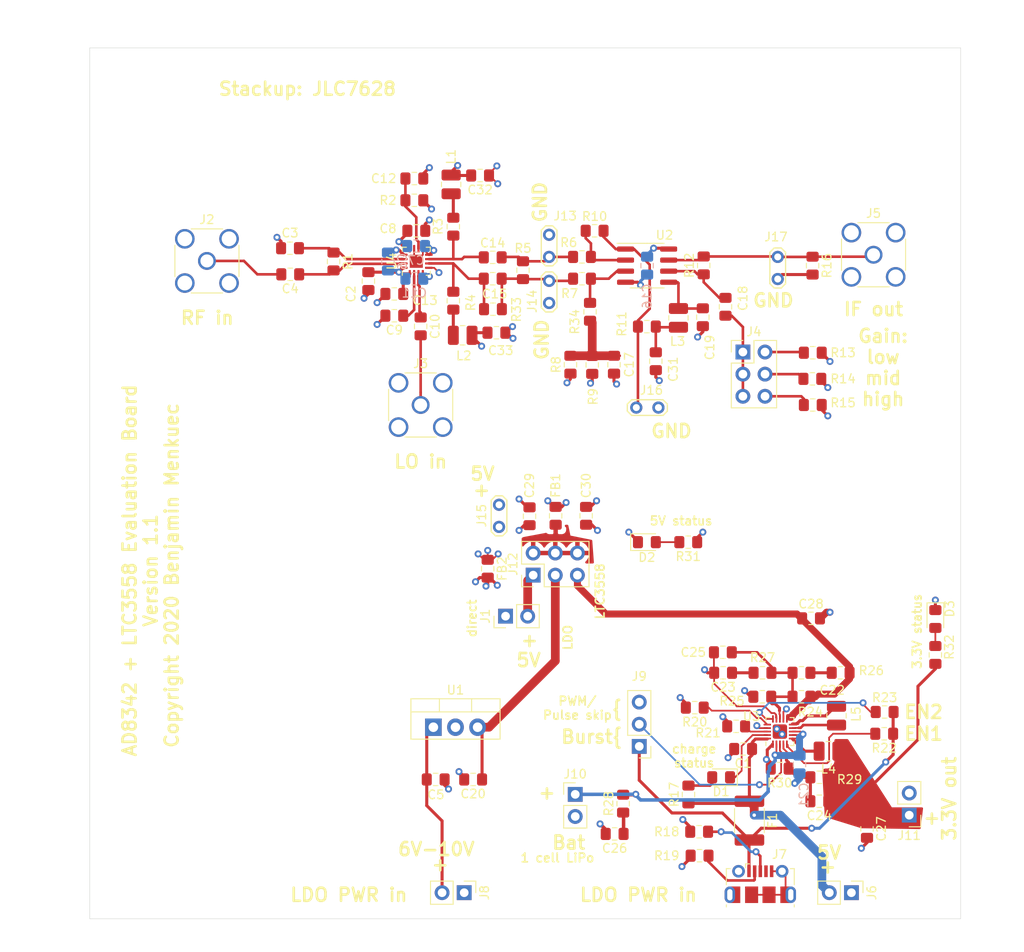
<source format=kicad_pcb>
(kicad_pcb (version 20171130) (host pcbnew "(5.1.5)-2")
  (layers (0 F.Cu signal) (1 In1.Cu power) (2 In2.Cu power) (31 B.Cu signal) (34 B.Paste user) (35 F.Paste user) (36 B.SilkS user) (37 F.SilkS user) (38 B.Mask user) (39 F.Mask user) (44 Edge.Cuts user))
  (net 0 "")
  (net 1 "Net-(F1-Pad2)")
  (net 2 "Net-(C1-Pad1)")
  (net 3 GND)
  (net 4 "Net-(J7-Pad3)")
  (net 5 "Net-(J7-Pad4)")
  (net 6 "Net-(J7-Pad2)")
  (net 7 /5V_LDO)
  (net 8 "Net-(C5-Pad1)")
  (net 9 +5V)
  (net 10 "Net-(J17-Pad2)")
  (net 11 "Net-(C18-Pad2)")
  (net 12 "Net-(C19-Pad1)")
  (net 13 "Net-(R10-Pad1)")
  (net 14 "Net-(D1-Pad1)")
  (net 15 "Net-(R21-Pad1)")
  (net 16 "Net-(R20-Pad1)")
  (net 17 "Net-(R23-Pad1)")
  (net 18 /5V_Switching)
  (net 19 "Net-(L5-Pad2)")
  (net 20 "Net-(L5-Pad1)")
  (net 21 "Net-(C21-Pad1)")
  (net 22 "Net-(L4-Pad2)")
  (net 23 "Net-(R22-Pad2)")
  (net 24 "Net-(C24-Pad2)")
  (net 25 /mode)
  (net 26 "Net-(C4-Pad1)")
  (net 27 "Net-(C3-Pad1)")
  (net 28 "Net-(C12-Pad2)")
  (net 29 "Net-(C14-Pad1)")
  (net 30 "Net-(C15-Pad1)")
  (net 31 "Net-(C10-Pad1)")
  (net 32 "Net-(C9-Pad1)")
  (net 33 "Net-(C4-Pad2)")
  (net 34 "Net-(C10-Pad2)")
  (net 35 "Net-(C14-Pad2)")
  (net 36 "Net-(C15-Pad2)")
  (net 37 "Net-(C17-Pad2)")
  (net 38 "Net-(C18-Pad1)")
  (net 39 "Net-(C22-Pad1)")
  (net 40 "Net-(C23-Pad1)")
  (net 41 /3V3)
  (net 42 "Net-(C26-Pad1)")
  (net 43 "Net-(C31-Pad1)")
  (net 44 "Net-(D1-Pad2)")
  (net 45 "Net-(D2-Pad2)")
  (net 46 "Net-(FB1-Pad2)")
  (net 47 "Net-(J1-Pad2)")
  (net 48 "Net-(J4-Pad6)")
  (net 49 "Net-(J4-Pad4)")
  (net 50 "Net-(J16-Pad2)")
  (net 51 "Net-(L1-Pad1)")
  (net 52 "Net-(L2-Pad1)")
  (net 53 "Net-(J4-Pad2)")
  (net 54 "Net-(D3-Pad2)")
  (net 55 GNDA)
  (net 56 "Net-(C23-Pad2)")
  (net 57 "Net-(C22-Pad2)")
  (net 58 "Net-(R34-Pad2)")
  (module Capacitor_SMD:C_0805_2012Metric_Pad1.15x1.40mm_HandSolder (layer F.Cu) (at 146.7 82.7)
    (fp_text reference C33 (at 0.5 2.05) (layer F.SilkS))
    (fp_text value 1uF)
    (pad 2 smd roundrect (at 1.025 0) (size 1.15 1.4) (layers F.Cu F.Paste F.Mask) (roundrect_rratio 0.217391) (net 55 GNDA))
    (pad 1 smd roundrect (at -1.025 0) (size 1.15 1.4) (layers F.Cu F.Paste F.Mask) (roundrect_rratio 0.217391) (net 9 +5V))
  )
  (module Capacitor_SMD:C_0805_2012Metric_Pad1.15x1.40mm_HandSolder (layer F.Cu) (at 144.825 64.65 180)
    (fp_text reference C32 (at 0 -1.65) (layer F.SilkS))
    (fp_text value 1uF)
    (pad 2 smd roundrect (at 1.025 0 180) (size 1.15 1.4) (layers F.Cu F.Paste F.Mask) (roundrect_rratio 0.217391) (net 9 +5V))
    (pad 1 smd roundrect (at -1.025 0 180) (size 1.15 1.4) (layers F.Cu F.Paste F.Mask) (roundrect_rratio 0.217391) (net 55 GNDA))
  )
  (module Capacitor_SMD:C_0805_2012Metric_Pad1.15x1.40mm_HandSolder (layer F.Cu) (at 146.275 74.05)
    (fp_text reference C14 (at 0 -1.65) (layer F.SilkS))
    (fp_text value 1uF)
    (pad 2 smd roundrect (at 1.025 0) (size 1.15 1.4) (layers F.Cu F.Paste F.Mask) (roundrect_rratio 0.217391) (net 35 "Net-(C14-Pad2)"))
    (pad 1 smd roundrect (at -1.025 0) (size 1.15 1.4) (layers F.Cu F.Paste F.Mask) (roundrect_rratio 0.217391) (net 29 "Net-(C14-Pad1)"))
  )
  (module Resistor_SMD:R_0805_2012Metric_Pad1.15x1.40mm_HandSolder (layer F.Cu) (at 157.45 80.3 90)
    (fp_text reference R34 (at -1.15 -1.75 90) (layer F.SilkS))
    (fp_text value 100)
    (pad 2 smd roundrect (at 1.025 0 90) (size 1.15 1.4) (layers F.Cu F.Paste F.Mask) (roundrect_rratio 0.217391) (net 58 "Net-(R34-Pad2)"))
    (pad 1 smd roundrect (at -1.025 0 90) (size 1.15 1.4) (layers F.Cu F.Paste F.Mask) (roundrect_rratio 0.217391) (net 37 "Net-(C17-Pad2)"))
  )
  (module Resistor_SMD:R_0805_2012Metric_Pad1.15x1.40mm_HandSolder (layer F.Cu) (at 157.7 86.4 270)
    (fp_text reference R9 (at 3.65 -0.1 90) (layer F.SilkS))
    (fp_text value 10k)
    (pad 2 smd roundrect (at 1.025 0 270) (size 1.15 1.4) (layers F.Cu F.Paste F.Mask) (roundrect_rratio 0.217391) (net 9 +5V))
    (pad 1 smd roundrect (at -1.025 0 270) (size 1.15 1.4) (layers F.Cu F.Paste F.Mask) (roundrect_rratio 0.217391) (net 37 "Net-(C17-Pad2)"))
  )
  (module Resistor_SMD:R_0805_2012Metric_Pad1.15x1.40mm_HandSolder (layer F.Cu) (at 146.3 80)
    (fp_text reference R33 (at 2.7 0.05 90) (layer F.SilkS))
    (fp_text value x)
    (pad 2 smd roundrect (at 1.025 0) (size 1.15 1.4) (layers F.Cu F.Paste F.Mask) (roundrect_rratio 0.217391) (net 36 "Net-(C15-Pad2)"))
    (pad 1 smd roundrect (at -1.025 0) (size 1.15 1.4) (layers F.Cu F.Paste F.Mask) (roundrect_rratio 0.217391) (net 30 "Net-(C15-Pad1)"))
  )
  (module Inductor_SMD:L_0805_2012Metric_Pad1.15x1.40mm_HandSolder (layer F.Cu) (at 145.7 109.8 270)
    (fp_text reference FB2 (at 0 -1.65 90) (layer F.SilkS))
    (fp_text value Ferrite_Bead)
    (pad 2 smd roundrect (at 1.025 0 270) (size 1.15 1.4) (layers F.Cu F.Paste F.Mask) (roundrect_rratio 0.217391) (net 3 GND))
    (pad 1 smd roundrect (at -1.025 0 270) (size 1.15 1.4) (layers F.Cu F.Paste F.Mask) (roundrect_rratio 0.217391) (net 55 GNDA))
  )
  (module LED_SMD:LED_0805_2012Metric_Pad1.15x1.40mm_HandSolder (layer F.Cu) (at 197.1 115.575 270)
    (fp_text reference D3 (at -1.175 -1.65 90) (layer F.SilkS))
    (fp_text value PWR_LED_3V3)
    (pad 2 smd roundrect (at 1.025 0 270) (size 1.15 1.4) (layers F.Cu F.Paste F.Mask) (roundrect_rratio 0.217391) (net 54 "Net-(D3-Pad2)"))
    (pad 1 smd roundrect (at -1.025 0 270) (size 1.15 1.4) (layers F.Cu F.Paste F.Mask) (roundrect_rratio 0.217391) (net 3 GND))
  )
  (module Resistor_SMD:R_0805_2012Metric_Pad1.15x1.40mm_HandSolder (layer F.Cu) (at 197.1 119.7 90)
    (fp_text reference R32 (at 0.9 1.6 90) (layer F.SilkS))
    (fp_text value 510)
    (pad 2 smd roundrect (at 1.025 0 90) (size 1.15 1.4) (layers F.Cu F.Paste F.Mask) (roundrect_rratio 0.217391) (net 54 "Net-(D3-Pad2)"))
    (pad 1 smd roundrect (at -1.025 0 90) (size 1.15 1.4) (layers F.Cu F.Paste F.Mask) (roundrect_rratio 0.217391) (net 41 /3V3))
  )
  (module Inductor_SMD:L_1008_2520Metric (layer F.Cu) (at 185.75 126.675 90)
    (fp_text reference L5 (at 0.175 2.25 90) (layer F.SilkS))
    (fp_text value 2.2uH)
    (pad 2 smd roundrect (at 1.075 0 90) (size 1.25 2.2) (layers F.Cu F.Paste F.Mask) (roundrect_rratio 0.2) (net 19 "Net-(L5-Pad2)"))
    (pad 1 smd roundrect (at -1.075 0 90) (size 1.25 2.2) (layers F.Cu F.Paste F.Mask) (roundrect_rratio 0.2) (net 20 "Net-(L5-Pad1)"))
  )
  (module Inductor_SMD:L_1008_2520Metric (layer F.Cu) (at 184.825 130.75 180)
    (fp_text reference L4 (at 0 -2.05) (layer F.SilkS))
    (fp_text value "4.7uH 400mA")
    (pad 2 smd roundrect (at 1.075 0 180) (size 1.25 2.2) (layers F.Cu F.Paste F.Mask) (roundrect_rratio 0.2) (net 22 "Net-(L4-Pad2)"))
    (pad 1 smd roundrect (at -1.075 0 180) (size 1.25 2.2) (layers F.Cu F.Paste F.Mask) (roundrect_rratio 0.2) (net 41 /3V3))
  )
  (module Inductor_SMD:L_1008_2520Metric (layer F.Cu) (at 167.6 81 270)
    (fp_text reference L3 (at 2.7 0.1 180) (layer F.SilkS))
    (fp_text value 22uH)
    (pad 2 smd roundrect (at 1.075 0 270) (size 1.25 2.2) (layers F.Cu F.Paste F.Mask) (roundrect_rratio 0.2) (net 43 "Net-(C31-Pad1)"))
    (pad 1 smd roundrect (at -1.075 0 270) (size 1.25 2.2) (layers F.Cu F.Paste F.Mask) (roundrect_rratio 0.2) (net 12 "Net-(C19-Pad1)"))
  )
  (module Inductor_SMD:L_1008_2520Metric (layer F.Cu) (at 142.825 83)
    (fp_text reference L2 (at 0.125 2.35) (layer F.SilkS))
    (fp_text value 22uH)
    (pad 2 smd roundrect (at 1.075 0) (size 1.25 2.2) (layers F.Cu F.Paste F.Mask) (roundrect_rratio 0.2) (net 9 +5V))
    (pad 1 smd roundrect (at -1.075 0) (size 1.25 2.2) (layers F.Cu F.Paste F.Mask) (roundrect_rratio 0.2) (net 52 "Net-(L2-Pad1)"))
  )
  (module Inductor_SMD:L_1008_2520Metric (layer F.Cu) (at 141.5 65.675 90)
    (fp_text reference L1 (at 3.175 0 90) (layer F.SilkS))
    (fp_text value 22uH)
    (pad 2 smd roundrect (at 1.075 0 90) (size 1.25 2.2) (layers F.Cu F.Paste F.Mask) (roundrect_rratio 0.2) (net 9 +5V))
    (pad 1 smd roundrect (at -1.075 0 90) (size 1.25 2.2) (layers F.Cu F.Paste F.Mask) (roundrect_rratio 0.2) (net 51 "Net-(L1-Pad1)"))
  )
  (module Connector_PinHeader_2.54mm:PinHeader_1x02_P2.54mm_Vertical (layer F.Cu) (at 143 147 270)
    (fp_text reference J8 (at 0 -2.33 90) (layer F.SilkS))
    (fp_text value PWR_in_LDO)
    (pad 2 thru_hole oval (at 0 2.54 270) (size 1.7 1.7) (drill 1) (layers *.Cu *.Mask) (net 8 "Net-(C5-Pad1)"))
    (pad 1 thru_hole rect (at 0 0 270) (size 1.7 1.7) (drill 1) (layers *.Cu *.Mask) (net 3 GND))
  )
  (module Connector_PinHeader_2.54mm:PinHeader_2x03_P2.54mm_Vertical (layer F.Cu) (at 150.92 110.54 90)
    (fp_text reference J12 (at 1.27 -2.33 90) (layer F.SilkS))
    (fp_text value PWR_Jumper)
    (pad 6 thru_hole oval (at 2.54 5.08 90) (size 1.7 1.7) (drill 1) (layers *.Cu *.Mask) (net 46 "Net-(FB1-Pad2)"))
    (pad 5 thru_hole oval (at 0 5.08 90) (size 1.7 1.7) (drill 1) (layers *.Cu *.Mask) (net 18 /5V_Switching))
    (pad 4 thru_hole oval (at 2.54 2.54 90) (size 1.7 1.7) (drill 1) (layers *.Cu *.Mask) (net 46 "Net-(FB1-Pad2)"))
    (pad 3 thru_hole oval (at 0 2.54 90) (size 1.7 1.7) (drill 1) (layers *.Cu *.Mask) (net 7 /5V_LDO))
    (pad 2 thru_hole oval (at 2.54 0 90) (size 1.7 1.7) (drill 1) (layers *.Cu *.Mask) (net 46 "Net-(FB1-Pad2)"))
    (pad 1 thru_hole rect (at 0 0 90) (size 1.7 1.7) (drill 1) (layers *.Cu *.Mask) (net 47 "Net-(J1-Pad2)"))
  )
  (module Connector_PinHeader_2.54mm:PinHeader_2x03_P2.54mm_Vertical (layer F.Cu) (at 175 84.92)
    (fp_text reference J4 (at 1.27 -2.33) (layer F.SilkS))
    (fp_text value Gain_Jumper)
    (pad 6 thru_hole oval (at 2.54 5.08) (size 1.7 1.7) (drill 1) (layers *.Cu *.Mask) (net 48 "Net-(J4-Pad6)"))
    (pad 5 thru_hole oval (at 0 5.08) (size 1.7 1.7) (drill 1) (layers *.Cu *.Mask) (net 38 "Net-(C18-Pad1)"))
    (pad 4 thru_hole oval (at 2.54 2.54) (size 1.7 1.7) (drill 1) (layers *.Cu *.Mask) (net 49 "Net-(J4-Pad4)"))
    (pad 3 thru_hole oval (at 0 2.54) (size 1.7 1.7) (drill 1) (layers *.Cu *.Mask) (net 38 "Net-(C18-Pad1)"))
    (pad 2 thru_hole oval (at 2.54 0) (size 1.7 1.7) (drill 1) (layers *.Cu *.Mask) (net 53 "Net-(J4-Pad2)"))
    (pad 1 thru_hole rect (at 0 0) (size 1.7 1.7) (drill 1) (layers *.Cu *.Mask) (net 38 "Net-(C18-Pad1)"))
  )
  (module Resistor_SMD:R_0805_2012Metric_Pad1.15x1.40mm_HandSolder (layer F.Cu) (at 168.725 106.75 180)
    (fp_text reference R31 (at 0 -1.65) (layer F.SilkS))
    (fp_text value 510)
    (pad 2 smd roundrect (at 1.025 0 180) (size 1.15 1.4) (layers F.Cu F.Paste F.Mask) (roundrect_rratio 0.217391) (net 45 "Net-(D2-Pad2)"))
    (pad 1 smd roundrect (at -1.025 0 180) (size 1.15 1.4) (layers F.Cu F.Paste F.Mask) (roundrect_rratio 0.217391) (net 9 +5V))
  )
  (module Resistor_SMD:R_0805_2012Metric_Pad1.15x1.40mm_HandSolder (layer F.Cu) (at 179.225 132.75 180)
    (fp_text reference R30 (at 0 -1.65) (layer F.SilkS))
    (fp_text value 200K)
    (pad 2 smd roundrect (at 1.025 0 180) (size 1.15 1.4) (layers F.Cu F.Paste F.Mask) (roundrect_rratio 0.217391) (net 3 GND))
    (pad 1 smd roundrect (at -1.025 0 180) (size 1.15 1.4) (layers F.Cu F.Paste F.Mask) (roundrect_rratio 0.217391) (net 24 "Net-(C24-Pad2)"))
  )
  (module Resistor_SMD:R_0805_2012Metric_Pad1.15x1.40mm_HandSolder (layer F.Cu) (at 183.775 133.75 180)
    (fp_text reference R29 (at -3.475 -0.25) (layer F.SilkS))
    (fp_text value 619k)
    (pad 2 smd roundrect (at 1.025 0 180) (size 1.15 1.4) (layers F.Cu F.Paste F.Mask) (roundrect_rratio 0.217391) (net 24 "Net-(C24-Pad2)"))
    (pad 1 smd roundrect (at -1.025 0 180) (size 1.15 1.4) (layers F.Cu F.Paste F.Mask) (roundrect_rratio 0.217391) (net 41 /3V3))
  )
  (module Resistor_SMD:R_0805_2012Metric_Pad1.15x1.40mm_HandSolder (layer F.Cu) (at 161.25 136.775 90)
    (fp_text reference R28 (at 0 -1.65 90) (layer F.SilkS))
    (fp_text value 1)
    (pad 2 smd roundrect (at 1.025 0 90) (size 1.15 1.4) (layers F.Cu F.Paste F.Mask) (roundrect_rratio 0.217391) (net 21 "Net-(C21-Pad1)"))
    (pad 1 smd roundrect (at -1.025 0 90) (size 1.15 1.4) (layers F.Cu F.Paste F.Mask) (roundrect_rratio 0.217391) (net 42 "Net-(C26-Pad1)"))
  )
  (module Resistor_SMD:R_0805_2012Metric_Pad1.15x1.40mm_HandSolder (layer F.Cu) (at 177.25 121.75 180)
    (fp_text reference R27 (at 0 1.75) (layer F.SilkS))
    (fp_text value 75K)
    (pad 2 smd roundrect (at 1.025 0 180) (size 1.15 1.4) (layers F.Cu F.Paste F.Mask) (roundrect_rratio 0.217391) (net 40 "Net-(C23-Pad1)"))
    (pad 1 smd roundrect (at -1.025 0 180) (size 1.15 1.4) (layers F.Cu F.Paste F.Mask) (roundrect_rratio 0.217391) (net 57 "Net-(C22-Pad2)"))
  )
  (module Resistor_SMD:R_0805_2012Metric_Pad1.15x1.40mm_HandSolder (layer F.Cu) (at 186.225 121.75 180)
    (fp_text reference R26 (at -3.525 0.25) (layer F.SilkS))
    (fp_text value 300K)
    (pad 2 smd roundrect (at 1.025 0 180) (size 1.15 1.4) (layers F.Cu F.Paste F.Mask) (roundrect_rratio 0.217391) (net 39 "Net-(C22-Pad1)"))
    (pad 1 smd roundrect (at -1.025 0 180) (size 1.15 1.4) (layers F.Cu F.Paste F.Mask) (roundrect_rratio 0.217391) (net 18 /5V_Switching))
  )
  (module Resistor_SMD:R_0805_2012Metric_Pad1.15x1.40mm_HandSolder (layer F.Cu) (at 177.225 124.5 180)
    (fp_text reference R25 (at 3.475 -0.5) (layer F.SilkS))
    (fp_text value 200K)
    (pad 2 smd roundrect (at 1.025 0 180) (size 1.15 1.4) (layers F.Cu F.Paste F.Mask) (roundrect_rratio 0.217391) (net 3 GND))
    (pad 1 smd roundrect (at -1.025 0 180) (size 1.15 1.4) (layers F.Cu F.Paste F.Mask) (roundrect_rratio 0.217391) (net 57 "Net-(C22-Pad2)"))
  )
  (module Resistor_SMD:R_0805_2012Metric_Pad1.15x1.40mm_HandSolder (layer F.Cu) (at 181.725 124.5 180)
    (fp_text reference R24 (at -1.025 -1.75 180) (layer F.SilkS))
    (fp_text value 1M05)
    (pad 2 smd roundrect (at 1.025 0 180) (size 1.15 1.4) (layers F.Cu F.Paste F.Mask) (roundrect_rratio 0.217391) (net 57 "Net-(C22-Pad2)"))
    (pad 1 smd roundrect (at -1.025 0 180) (size 1.15 1.4) (layers F.Cu F.Paste F.Mask) (roundrect_rratio 0.217391) (net 18 /5V_Switching))
  )
  (module Resistor_SMD:R_0805_2012Metric_Pad1.15x1.40mm_HandSolder (layer F.Cu) (at 191.275 126.25)
    (fp_text reference R23 (at 0 -1.65) (layer F.SilkS))
    (fp_text value 10k)
    (pad 2 smd roundrect (at 1.025 0) (size 1.15 1.4) (layers F.Cu F.Paste F.Mask) (roundrect_rratio 0.217391) (net 1 "Net-(F1-Pad2)"))
    (pad 1 smd roundrect (at -1.025 0) (size 1.15 1.4) (layers F.Cu F.Paste F.Mask) (roundrect_rratio 0.217391) (net 17 "Net-(R23-Pad1)"))
  )
  (module Resistor_SMD:R_0805_2012Metric_Pad1.15x1.40mm_HandSolder (layer F.Cu) (at 191.225 128.75 180)
    (fp_text reference R22 (at 0 -1.65) (layer F.SilkS))
    (fp_text value 10k)
    (pad 2 smd roundrect (at 1.025 0 180) (size 1.15 1.4) (layers F.Cu F.Paste F.Mask) (roundrect_rratio 0.217391) (net 23 "Net-(R22-Pad2)"))
    (pad 1 smd roundrect (at -1.025 0 180) (size 1.15 1.4) (layers F.Cu F.Paste F.Mask) (roundrect_rratio 0.217391) (net 1 "Net-(F1-Pad2)"))
  )
  (module Resistor_SMD:R_0805_2012Metric_Pad1.15x1.40mm_HandSolder (layer F.Cu) (at 174.225 127.9 180)
    (fp_text reference R21 (at 3.225 -0.75) (layer F.SilkS))
    (fp_text value 1K74)
    (pad 2 smd roundrect (at 1.025 0 180) (size 1.15 1.4) (layers F.Cu F.Paste F.Mask) (roundrect_rratio 0.217391) (net 3 GND))
    (pad 1 smd roundrect (at -1.025 0 180) (size 1.15 1.4) (layers F.Cu F.Paste F.Mask) (roundrect_rratio 0.217391) (net 15 "Net-(R21-Pad1)"))
  )
  (module Resistor_SMD:R_0805_2012Metric_Pad1.15x1.40mm_HandSolder (layer F.Cu) (at 169.475 125.75 180)
    (fp_text reference R20 (at 0 -1.65) (layer F.SilkS))
    (fp_text value 10k)
    (pad 2 smd roundrect (at 1.025 0 180) (size 1.15 1.4) (layers F.Cu F.Paste F.Mask) (roundrect_rratio 0.217391) (net 3 GND))
    (pad 1 smd roundrect (at -1.025 0 180) (size 1.15 1.4) (layers F.Cu F.Paste F.Mask) (roundrect_rratio 0.217391) (net 16 "Net-(R20-Pad1)"))
  )
  (module Resistor_SMD:R_0805_2012Metric_Pad1.15x1.40mm_HandSolder (layer F.Cu) (at 170.025 142.75)
    (fp_text reference R19 (at -3.775 0) (layer F.SilkS))
    (fp_text value 10K)
    (pad 2 smd roundrect (at 1.025 0) (size 1.15 1.4) (layers F.Cu F.Paste F.Mask) (roundrect_rratio 0.217391) (net 6 "Net-(J7-Pad2)"))
    (pad 1 smd roundrect (at -1.025 0) (size 1.15 1.4) (layers F.Cu F.Paste F.Mask) (roundrect_rratio 0.217391) (net 3 GND))
  )
  (module Resistor_SMD:R_0805_2012Metric_Pad1.15x1.40mm_HandSolder (layer F.Cu) (at 169.975 140 180)
    (fp_text reference R18 (at 3.725 0) (layer F.SilkS))
    (fp_text value 10K)
    (pad 2 smd roundrect (at 1.025 0 180) (size 1.15 1.4) (layers F.Cu F.Paste F.Mask) (roundrect_rratio 0.217391) (net 3 GND))
    (pad 1 smd roundrect (at -1.025 0 180) (size 1.15 1.4) (layers F.Cu F.Paste F.Mask) (roundrect_rratio 0.217391) (net 4 "Net-(J7-Pad3)"))
  )
  (module Resistor_SMD:R_0805_2012Metric_Pad1.15x1.40mm_HandSolder (layer F.Cu) (at 168.75 135.725 90)
    (fp_text reference R17 (at 0 -1.65 90) (layer F.SilkS))
    (fp_text value 510)
    (pad 2 smd roundrect (at 1.025 0 90) (size 1.15 1.4) (layers F.Cu F.Paste F.Mask) (roundrect_rratio 0.217391) (net 44 "Net-(D1-Pad2)"))
    (pad 1 smd roundrect (at -1.025 0 90) (size 1.15 1.4) (layers F.Cu F.Paste F.Mask) (roundrect_rratio 0.217391) (net 2 "Net-(C1-Pad1)"))
  )
  (module Resistor_SMD:R_0805_2012Metric_Pad1.15x1.40mm_HandSolder (layer F.Cu) (at 183 75 270)
    (fp_text reference R16 (at 0 -1.65 90) (layer F.SilkS))
    (fp_text value load)
    (pad 2 smd roundrect (at 1.025 0 270) (size 1.15 1.4) (layers F.Cu F.Paste F.Mask) (roundrect_rratio 0.217391) (net 55 GNDA))
    (pad 1 smd roundrect (at -1.025 0 270) (size 1.15 1.4) (layers F.Cu F.Paste F.Mask) (roundrect_rratio 0.217391) (net 10 "Net-(J17-Pad2)"))
  )
  (module Resistor_SMD:R_0805_2012Metric_Pad1.15x1.40mm_HandSolder (layer F.Cu) (at 183.025 91)
    (fp_text reference R15 (at 3.475 -0.25) (layer F.SilkS))
    (fp_text value 470)
    (pad 2 smd roundrect (at 1.025 0) (size 1.15 1.4) (layers F.Cu F.Paste F.Mask) (roundrect_rratio 0.217391) (net 55 GNDA))
    (pad 1 smd roundrect (at -1.025 0) (size 1.15 1.4) (layers F.Cu F.Paste F.Mask) (roundrect_rratio 0.217391) (net 48 "Net-(J4-Pad6)"))
  )
  (module Resistor_SMD:R_0805_2012Metric_Pad1.15x1.40mm_HandSolder (layer F.Cu) (at 182.975 88)
    (fp_text reference R14 (at 3.525 0) (layer F.SilkS))
    (fp_text value 2K2)
    (pad 2 smd roundrect (at 1.025 0) (size 1.15 1.4) (layers F.Cu F.Paste F.Mask) (roundrect_rratio 0.217391) (net 55 GNDA))
    (pad 1 smd roundrect (at -1.025 0) (size 1.15 1.4) (layers F.Cu F.Paste F.Mask) (roundrect_rratio 0.217391) (net 49 "Net-(J4-Pad4)"))
  )
  (module Resistor_SMD:R_0805_2012Metric_Pad1.15x1.40mm_HandSolder (layer F.Cu) (at 183.025 85)
    (fp_text reference R13 (at 3.475 0) (layer F.SilkS))
    (fp_text value 4K7)
    (pad 2 smd roundrect (at 1.025 0) (size 1.15 1.4) (layers F.Cu F.Paste F.Mask) (roundrect_rratio 0.217391) (net 55 GNDA))
    (pad 1 smd roundrect (at -1.025 0) (size 1.15 1.4) (layers F.Cu F.Paste F.Mask) (roundrect_rratio 0.217391) (net 53 "Net-(J4-Pad2)"))
  )
  (module Resistor_SMD:R_0805_2012Metric_Pad1.15x1.40mm_HandSolder (layer F.Cu) (at 170.5 74.975 90)
    (fp_text reference R12 (at 0 -1.65 90) (layer F.SilkS))
    (fp_text value 10k)
    (pad 2 smd roundrect (at 1.025 0 90) (size 1.15 1.4) (layers F.Cu F.Paste F.Mask) (roundrect_rratio 0.217391) (net 10 "Net-(J17-Pad2)"))
    (pad 1 smd roundrect (at -1.025 0 90) (size 1.15 1.4) (layers F.Cu F.Paste F.Mask) (roundrect_rratio 0.217391) (net 11 "Net-(C18-Pad2)"))
  )
  (module Resistor_SMD:R_0805_2012Metric_Pad1.15x1.40mm_HandSolder (layer F.Cu) (at 163.975 82)
    (fp_text reference R11 (at -2.875 -0.3 90) (layer F.SilkS))
    (fp_text value 100)
    (pad 2 smd roundrect (at 1.025 0) (size 1.15 1.4) (layers F.Cu F.Paste F.Mask) (roundrect_rratio 0.217391) (net 43 "Net-(C31-Pad1)"))
    (pad 1 smd roundrect (at -1.025 0) (size 1.15 1.4) (layers F.Cu F.Paste F.Mask) (roundrect_rratio 0.217391) (net 50 "Net-(J16-Pad2)"))
  )
  (module Resistor_SMD:R_0805_2012Metric_Pad1.15x1.40mm_HandSolder (layer F.Cu) (at 157.975 71)
    (fp_text reference R10 (at 0 -1.65) (layer F.SilkS))
    (fp_text value 4k7)
    (pad 2 smd roundrect (at 1.025 0) (size 1.15 1.4) (layers F.Cu F.Paste F.Mask) (roundrect_rratio 0.217391) (net 50 "Net-(J16-Pad2)"))
    (pad 1 smd roundrect (at -1.025 0) (size 1.15 1.4) (layers F.Cu F.Paste F.Mask) (roundrect_rratio 0.217391) (net 13 "Net-(R10-Pad1)"))
  )
  (module Resistor_SMD:R_0805_2012Metric_Pad1.15x1.40mm_HandSolder (layer F.Cu) (at 155.2 86.375 90)
    (fp_text reference R8 (at 0 -1.65 90) (layer F.SilkS))
    (fp_text value 10k)
    (pad 2 smd roundrect (at 1.025 0 90) (size 1.15 1.4) (layers F.Cu F.Paste F.Mask) (roundrect_rratio 0.217391) (net 37 "Net-(C17-Pad2)"))
    (pad 1 smd roundrect (at -1.025 0 90) (size 1.15 1.4) (layers F.Cu F.Paste F.Mask) (roundrect_rratio 0.217391) (net 55 GNDA))
  )
  (module Resistor_SMD:R_0805_2012Metric_Pad1.15x1.40mm_HandSolder (layer F.Cu) (at 156.525 76.5)
    (fp_text reference R7 (at -1.425 1.7 180) (layer F.SilkS))
    (fp_text value 100)
    (pad 2 smd roundrect (at 1.025 0) (size 1.15 1.4) (layers F.Cu F.Paste F.Mask) (roundrect_rratio 0.217391) (net 58 "Net-(R34-Pad2)"))
    (pad 1 smd roundrect (at -1.025 0) (size 1.15 1.4) (layers F.Cu F.Paste F.Mask) (roundrect_rratio 0.217391) (net 36 "Net-(C15-Pad2)"))
  )
  (module Resistor_SMD:R_0805_2012Metric_Pad1.15x1.40mm_HandSolder (layer F.Cu) (at 156.525 74)
    (fp_text reference R6 (at -1.525 -1.65 180) (layer F.SilkS))
    (fp_text value 100)
    (pad 2 smd roundrect (at 1.025 0) (size 1.15 1.4) (layers F.Cu F.Paste F.Mask) (roundrect_rratio 0.217391) (net 13 "Net-(R10-Pad1)"))
    (pad 1 smd roundrect (at -1.025 0) (size 1.15 1.4) (layers F.Cu F.Paste F.Mask) (roundrect_rratio 0.217391) (net 35 "Net-(C14-Pad2)"))
  )
  (module Resistor_SMD:R_0805_2012Metric_Pad1.15x1.40mm_HandSolder (layer F.Cu) (at 149.75 75.525 270)
    (fp_text reference R5 (at -2.525 0 180) (layer F.SilkS))
    (fp_text value load)
    (pad 2 smd roundrect (at 1.025 0 270) (size 1.15 1.4) (layers F.Cu F.Paste F.Mask) (roundrect_rratio 0.217391) (net 36 "Net-(C15-Pad2)"))
    (pad 1 smd roundrect (at -1.025 0 270) (size 1.15 1.4) (layers F.Cu F.Paste F.Mask) (roundrect_rratio 0.217391) (net 35 "Net-(C14-Pad2)"))
  )
  (module Resistor_SMD:R_0805_2012Metric_Pad1.15x1.40mm_HandSolder (layer F.Cu) (at 141.75 79.025 90)
    (fp_text reference R4 (at -0.225 2 90) (layer F.SilkS))
    (fp_text value 10)
    (pad 2 smd roundrect (at 1.025 0 90) (size 1.15 1.4) (layers F.Cu F.Paste F.Mask) (roundrect_rratio 0.217391) (net 30 "Net-(C15-Pad1)"))
    (pad 1 smd roundrect (at -1.025 0 90) (size 1.15 1.4) (layers F.Cu F.Paste F.Mask) (roundrect_rratio 0.217391) (net 52 "Net-(L2-Pad1)"))
  )
  (module Resistor_SMD:R_0805_2012Metric_Pad1.15x1.40mm_HandSolder (layer F.Cu) (at 141.75 70.525 270)
    (fp_text reference R3 (at -0.025 1.75 90) (layer F.SilkS))
    (fp_text value 10)
    (pad 2 smd roundrect (at 1.025 0 270) (size 1.15 1.4) (layers F.Cu F.Paste F.Mask) (roundrect_rratio 0.217391) (net 29 "Net-(C14-Pad1)"))
    (pad 1 smd roundrect (at -1.025 0 270) (size 1.15 1.4) (layers F.Cu F.Paste F.Mask) (roundrect_rratio 0.217391) (net 51 "Net-(L1-Pad1)"))
  )
  (module Resistor_SMD:R_0805_2012Metric_Pad1.15x1.40mm_HandSolder (layer F.Cu) (at 137.275 67.5 180)
    (fp_text reference R2 (at 3.025 0) (layer F.SilkS))
    (fp_text value 1k82)
    (pad 2 smd roundrect (at 1.025 0 180) (size 1.15 1.4) (layers F.Cu F.Paste F.Mask) (roundrect_rratio 0.217391) (net 28 "Net-(C12-Pad2)"))
    (pad 1 smd roundrect (at -1.025 0 180) (size 1.15 1.4) (layers F.Cu F.Paste F.Mask) (roundrect_rratio 0.217391) (net 55 GNDA))
  )
  (module Resistor_SMD:R_0805_2012Metric_Pad1.15x1.40mm_HandSolder (layer F.Cu) (at 128 74.525 270)
    (fp_text reference R1 (at 0 -1.65 90) (layer F.SilkS))
    (fp_text value 100)
    (pad 2 smd roundrect (at 1.025 0 270) (size 1.15 1.4) (layers F.Cu F.Paste F.Mask) (roundrect_rratio 0.217391) (net 26 "Net-(C4-Pad1)"))
    (pad 1 smd roundrect (at -1.025 0 270) (size 1.15 1.4) (layers F.Cu F.Paste F.Mask) (roundrect_rratio 0.217391) (net 27 "Net-(C3-Pad1)"))
  )
  (module TestPoint:TestPoint_2Pads_Pitch2.54mm_Drill0.8mm (layer F.Cu) (at 179 76.54 90)
    (fp_text reference J17 (at 4.84 -0.2 180) (layer F.SilkS))
    (fp_text value TP3)
    (pad 2 thru_hole circle (at 2.54 0 90) (size 1.4 1.4) (drill 0.8) (layers *.Cu *.Mask) (net 10 "Net-(J17-Pad2)"))
    (pad 1 thru_hole circle (at 0 0 90) (size 1.4 1.4) (drill 0.8) (layers *.Cu *.Mask) (net 55 GNDA))
  )
  (module TestPoint:TestPoint_2Pads_Pitch2.54mm_Drill0.8mm (layer F.Cu) (at 165.3 91.3 180)
    (fp_text reference J16 (at 0.8 2) (layer F.SilkS))
    (fp_text value TP2)
    (pad 2 thru_hole circle (at 2.54 0 180) (size 1.4 1.4) (drill 0.8) (layers *.Cu *.Mask) (net 50 "Net-(J16-Pad2)"))
    (pad 1 thru_hole circle (at 0 0 180) (size 1.4 1.4) (drill 0.8) (layers *.Cu *.Mask) (net 55 GNDA))
  )
  (module TestPoint:TestPoint_2Pads_Pitch2.54mm_Drill0.8mm (layer F.Cu) (at 147 105 90)
    (fp_text reference J15 (at 1.3 -2 90) (layer F.SilkS))
    (fp_text value TP_PWR)
    (pad 2 thru_hole circle (at 2.54 0 90) (size 1.4 1.4) (drill 0.8) (layers *.Cu *.Mask) (net 9 +5V))
    (pad 1 thru_hole circle (at 0 0 90) (size 1.4 1.4) (drill 0.8) (layers *.Cu *.Mask) (net 55 GNDA))
  )
  (module TestPoint:TestPoint_2Pads_Pitch2.54mm_Drill0.8mm (layer F.Cu) (at 152.75 79.29 90)
    (fp_text reference J14 (at 0.19 -1.95 270) (layer F.SilkS))
    (fp_text value TP1)
    (pad 2 thru_hole circle (at 2.54 0 90) (size 1.4 1.4) (drill 0.8) (layers *.Cu *.Mask) (net 36 "Net-(C15-Pad2)"))
    (pad 1 thru_hole circle (at 0 0 90) (size 1.4 1.4) (drill 0.8) (layers *.Cu *.Mask) (net 55 GNDA))
  )
  (module TestPoint:TestPoint_2Pads_Pitch2.54mm_Drill0.8mm (layer F.Cu) (at 152.75 74 90)
    (fp_text reference J13 (at 4.7 1.85 180) (layer F.SilkS))
    (fp_text value TP1)
    (pad 2 thru_hole circle (at 2.54 0 90) (size 1.4 1.4) (drill 0.8) (layers *.Cu *.Mask) (net 55 GNDA))
    (pad 1 thru_hole circle (at 0 0 90) (size 1.4 1.4) (drill 0.8) (layers *.Cu *.Mask) (net 35 "Net-(C14-Pad2)"))
  )
  (module Connector_PinHeader_2.54mm:PinHeader_1x02_P2.54mm_Vertical (layer F.Cu) (at 194.1 138.1 180)
    (fp_text reference J11 (at 0 -2.33) (layer F.SilkS))
    (fp_text value 3V3)
    (pad 2 thru_hole oval (at 0 2.54 180) (size 1.7 1.7) (drill 1) (layers *.Cu *.Mask) (net 3 GND))
    (pad 1 thru_hole rect (at 0 0 180) (size 1.7 1.7) (drill 1) (layers *.Cu *.Mask) (net 41 /3V3))
  )
  (module Connector_PinHeader_2.54mm:PinHeader_1x02_P2.54mm_Vertical (layer F.Cu) (at 155.75 135.71)
    (fp_text reference J10 (at 0 -2.33) (layer F.SilkS))
    (fp_text value Bat)
    (pad 2 thru_hole oval (at 0 2.54) (size 1.7 1.7) (drill 1) (layers *.Cu *.Mask) (net 3 GND))
    (pad 1 thru_hole rect (at 0 0) (size 1.7 1.7) (drill 1) (layers *.Cu *.Mask) (net 21 "Net-(C21-Pad1)"))
  )
  (module Connector_PinHeader_2.54mm:PinHeader_1x03_P2.54mm_Vertical (layer F.Cu) (at 163.1 130.2 180)
    (fp_text reference J9 (at 0 8.04) (layer F.SilkS))
    (fp_text value Mode_Jumper)
    (pad 3 thru_hole oval (at 0 5.08 180) (size 1.7 1.7) (drill 1) (layers *.Cu *.Mask) (net 3 GND))
    (pad 2 thru_hole oval (at 0 2.54 180) (size 1.7 1.7) (drill 1) (layers *.Cu *.Mask) (net 25 /mode))
    (pad 1 thru_hole rect (at 0 0 180) (size 1.7 1.7) (drill 1) (layers *.Cu *.Mask) (net 1 "Net-(F1-Pad2)"))
  )
  (module Connector_PinHeader_2.54mm:PinHeader_1x02_P2.54mm_Vertical (layer F.Cu) (at 187.46 147 270)
    (fp_text reference J6 (at 0 -2.33 90) (layer F.SilkS))
    (fp_text value PWR_in_switching)
    (pad 2 thru_hole oval (at 0 2.54 270) (size 1.7 1.7) (drill 1) (layers *.Cu *.Mask) (net 2 "Net-(C1-Pad1)"))
    (pad 1 thru_hole rect (at 0 0 270) (size 1.7 1.7) (drill 1) (layers *.Cu *.Mask) (net 3 GND))
  )
  (module Connector_Coaxial:SMA_Amphenol_132134_Vertical (layer F.Cu) (at 190 73.75)
    (fp_text reference J5 (at 0 -4.75) (layer F.SilkS))
    (fp_text value IF_out)
    (pad 2 thru_hole circle (at -2.54 2.54) (size 2.25 2.25) (drill 1.7) (layers *.Cu *.Mask) (net 55 GNDA))
    (pad 2 thru_hole circle (at -2.54 -2.54) (size 2.25 2.25) (drill 1.7) (layers *.Cu *.Mask) (net 55 GNDA))
    (pad 2 thru_hole circle (at 2.54 -2.54) (size 2.25 2.25) (drill 1.7) (layers *.Cu *.Mask) (net 55 GNDA))
    (pad 2 thru_hole circle (at 2.54 2.54) (size 2.25 2.25) (drill 1.7) (layers *.Cu *.Mask) (net 55 GNDA))
    (pad 1 thru_hole circle (at 0 0) (size 2.05 2.05) (drill 1.5) (layers *.Cu *.Mask) (net 10 "Net-(J17-Pad2)"))
  )
  (module Connector_Coaxial:SMA_Amphenol_132134_Vertical (layer F.Cu) (at 138 91)
    (fp_text reference J3 (at 0 -4.75) (layer F.SilkS))
    (fp_text value LO_in)
    (pad 2 thru_hole circle (at -2.54 2.54) (size 2.25 2.25) (drill 1.7) (layers *.Cu *.Mask) (net 55 GNDA))
    (pad 2 thru_hole circle (at -2.54 -2.54) (size 2.25 2.25) (drill 1.7) (layers *.Cu *.Mask) (net 55 GNDA))
    (pad 2 thru_hole circle (at 2.54 -2.54) (size 2.25 2.25) (drill 1.7) (layers *.Cu *.Mask) (net 55 GNDA))
    (pad 2 thru_hole circle (at 2.54 2.54) (size 2.25 2.25) (drill 1.7) (layers *.Cu *.Mask) (net 55 GNDA))
    (pad 1 thru_hole circle (at 0 0) (size 2.05 2.05) (drill 1.5) (layers *.Cu *.Mask) (net 34 "Net-(C10-Pad2)"))
  )
  (module Connector_Coaxial:SMA_Amphenol_132134_Vertical (layer F.Cu) (at 113.46 74.46)
    (fp_text reference J2 (at 0 -4.75) (layer F.SilkS))
    (fp_text value RF_in)
    (pad 2 thru_hole circle (at -2.54 2.54) (size 2.25 2.25) (drill 1.7) (layers *.Cu *.Mask) (net 55 GNDA))
    (pad 2 thru_hole circle (at -2.54 -2.54) (size 2.25 2.25) (drill 1.7) (layers *.Cu *.Mask) (net 55 GNDA))
    (pad 2 thru_hole circle (at 2.54 -2.54) (size 2.25 2.25) (drill 1.7) (layers *.Cu *.Mask) (net 55 GNDA))
    (pad 2 thru_hole circle (at 2.54 2.54) (size 2.25 2.25) (drill 1.7) (layers *.Cu *.Mask) (net 55 GNDA))
    (pad 1 thru_hole circle (at 0 0) (size 2.05 2.05) (drill 1.5) (layers *.Cu *.Mask) (net 33 "Net-(C4-Pad2)"))
  )
  (module Connector_PinHeader_2.54mm:PinHeader_1x02_P2.54mm_Vertical (layer F.Cu) (at 147.75 115.25 90)
    (fp_text reference J1 (at 0 -2.33 90) (layer F.SilkS))
    (fp_text value PWR_in_direct)
    (pad 2 thru_hole oval (at 0 2.54 90) (size 1.7 1.7) (drill 1) (layers *.Cu *.Mask) (net 47 "Net-(J1-Pad2)"))
    (pad 1 thru_hole rect (at 0 0 90) (size 1.7 1.7) (drill 1) (layers *.Cu *.Mask) (net 3 GND))
  )
  (module Inductor_SMD:L_0805_2012Metric_Pad1.15x1.40mm_HandSolder (layer F.Cu) (at 153.5 103.725 270)
    (fp_text reference FB1 (at -3.475 0 90) (layer F.SilkS))
    (fp_text value Ferrite_Bead)
    (pad 2 smd roundrect (at 1.025 0 270) (size 1.15 1.4) (layers F.Cu F.Paste F.Mask) (roundrect_rratio 0.217391) (net 46 "Net-(FB1-Pad2)"))
    (pad 1 smd roundrect (at -1.025 0 270) (size 1.15 1.4) (layers F.Cu F.Paste F.Mask) (roundrect_rratio 0.217391) (net 9 +5V))
  )
  (module LED_SMD:LED_0805_2012Metric_Pad1.15x1.40mm_HandSolder (layer F.Cu) (at 163.975 106.75)
    (fp_text reference D2 (at 0 1.75) (layer F.SilkS))
    (fp_text value PWR_LED)
    (pad 2 smd roundrect (at 1.025 0) (size 1.15 1.4) (layers F.Cu F.Paste F.Mask) (roundrect_rratio 0.217391) (net 45 "Net-(D2-Pad2)"))
    (pad 1 smd roundrect (at -1.025 0) (size 1.15 1.4) (layers F.Cu F.Paste F.Mask) (roundrect_rratio 0.217391) (net 55 GNDA))
  )
  (module LED_SMD:LED_0805_2012Metric_Pad1.15x1.40mm_HandSolder (layer F.Cu) (at 172.5 133.75 180)
    (fp_text reference D1 (at 0 -1.65) (layer F.SilkS))
    (fp_text value CHARGE_LED)
    (pad 2 smd roundrect (at 1.025 0 180) (size 1.15 1.4) (layers F.Cu F.Paste F.Mask) (roundrect_rratio 0.217391) (net 44 "Net-(D1-Pad2)"))
    (pad 1 smd roundrect (at -1.025 0 180) (size 1.15 1.4) (layers F.Cu F.Paste F.Mask) (roundrect_rratio 0.217391) (net 14 "Net-(D1-Pad1)"))
  )
  (module Capacitor_SMD:C_0805_2012Metric_Pad1.15x1.40mm_HandSolder (layer F.Cu) (at 165 85.975 270)
    (fp_text reference C31 (at 0.925 -2 90) (layer F.SilkS))
    (fp_text value empty)
    (pad 2 smd roundrect (at 1.025 0 270) (size 1.15 1.4) (layers F.Cu F.Paste F.Mask) (roundrect_rratio 0.217391) (net 55 GNDA))
    (pad 1 smd roundrect (at -1.025 0 270) (size 1.15 1.4) (layers F.Cu F.Paste F.Mask) (roundrect_rratio 0.217391) (net 43 "Net-(C31-Pad1)"))
  )
  (module Capacitor_SMD:C_0805_2012Metric_Pad1.15x1.40mm_HandSolder (layer F.Cu) (at 157 103.725 270)
    (fp_text reference C30 (at -3.475 0 90) (layer F.SilkS))
    (fp_text value 100nF)
    (pad 2 smd roundrect (at 1.025 0 270) (size 1.15 1.4) (layers F.Cu F.Paste F.Mask) (roundrect_rratio 0.217391) (net 55 GNDA))
    (pad 1 smd roundrect (at -1.025 0 270) (size 1.15 1.4) (layers F.Cu F.Paste F.Mask) (roundrect_rratio 0.217391) (net 9 +5V))
  )
  (module Capacitor_SMD:C_0805_2012Metric_Pad1.15x1.40mm_HandSolder (layer F.Cu) (at 150.5 103.775 270)
    (fp_text reference C29 (at -3.525 0 90) (layer F.SilkS))
    (fp_text value 10uF)
    (pad 2 smd roundrect (at 1.025 0 270) (size 1.15 1.4) (layers F.Cu F.Paste F.Mask) (roundrect_rratio 0.217391) (net 55 GNDA))
    (pad 1 smd roundrect (at -1.025 0 270) (size 1.15 1.4) (layers F.Cu F.Paste F.Mask) (roundrect_rratio 0.217391) (net 9 +5V))
  )
  (module Capacitor_SMD:C_0805_2012Metric_Pad1.15x1.40mm_HandSolder (layer F.Cu) (at 182.825 115.5)
    (fp_text reference C28 (at 0 -1.65) (layer F.SilkS))
    (fp_text value 10uF)
    (pad 2 smd roundrect (at 1.025 0) (size 1.15 1.4) (layers F.Cu F.Paste F.Mask) (roundrect_rratio 0.217391) (net 3 GND))
    (pad 1 smd roundrect (at -1.025 0) (size 1.15 1.4) (layers F.Cu F.Paste F.Mask) (roundrect_rratio 0.217391) (net 18 /5V_Switching))
  )
  (module Capacitor_SMD:C_0805_2012Metric_Pad1.15x1.40mm_HandSolder (layer F.Cu) (at 189.25 139.675 270)
    (fp_text reference C27 (at 0 -1.65 90) (layer F.SilkS))
    (fp_text value 10uF)
    (pad 2 smd roundrect (at 1.025 0 270) (size 1.15 1.4) (layers F.Cu F.Paste F.Mask) (roundrect_rratio 0.217391) (net 3 GND))
    (pad 1 smd roundrect (at -1.025 0 270) (size 1.15 1.4) (layers F.Cu F.Paste F.Mask) (roundrect_rratio 0.217391) (net 41 /3V3))
  )
  (module Capacitor_SMD:C_0805_2012Metric_Pad1.15x1.40mm_HandSolder (layer F.Cu) (at 160.275 140.25 180)
    (fp_text reference C26 (at 0 -1.65) (layer F.SilkS))
    (fp_text value 10uF)
    (pad 2 smd roundrect (at 1.025 0 180) (size 1.15 1.4) (layers F.Cu F.Paste F.Mask) (roundrect_rratio 0.217391) (net 3 GND))
    (pad 1 smd roundrect (at -1.025 0 180) (size 1.15 1.4) (layers F.Cu F.Paste F.Mask) (roundrect_rratio 0.217391) (net 42 "Net-(C26-Pad1)"))
  )
  (module Capacitor_SMD:C_0805_2012Metric_Pad1.15x1.40mm_HandSolder (layer F.Cu) (at 172.7 119.4 180)
    (fp_text reference C25 (at 3.4 0) (layer F.SilkS))
    (fp_text value 10pF)
    (pad 2 smd roundrect (at 1.025 0 180) (size 1.15 1.4) (layers F.Cu F.Paste F.Mask) (roundrect_rratio 0.217391) (net 56 "Net-(C23-Pad2)"))
    (pad 1 smd roundrect (at -1.025 0 180) (size 1.15 1.4) (layers F.Cu F.Paste F.Mask) (roundrect_rratio 0.217391) (net 57 "Net-(C22-Pad2)"))
  )
  (module Capacitor_SMD:C_0805_2012Metric_Pad1.15x1.40mm_HandSolder (layer F.Cu) (at 183.775 136.5 180)
    (fp_text reference C24 (at 0 -1.65) (layer F.SilkS))
    (fp_text value 10pF)
    (pad 2 smd roundrect (at 1.025 0 180) (size 1.15 1.4) (layers F.Cu F.Paste F.Mask) (roundrect_rratio 0.217391) (net 24 "Net-(C24-Pad2)"))
    (pad 1 smd roundrect (at -1.025 0 180) (size 1.15 1.4) (layers F.Cu F.Paste F.Mask) (roundrect_rratio 0.217391) (net 41 /3V3))
  )
  (module Capacitor_SMD:C_0805_2012Metric_Pad1.15x1.40mm_HandSolder (layer F.Cu) (at 172.725 121.75 180)
    (fp_text reference C23 (at 0 -1.65) (layer F.SilkS))
    (fp_text value 330pF)
    (pad 2 smd roundrect (at 1.025 0 180) (size 1.15 1.4) (layers F.Cu F.Paste F.Mask) (roundrect_rratio 0.217391) (net 56 "Net-(C23-Pad2)"))
    (pad 1 smd roundrect (at -1.025 0 180) (size 1.15 1.4) (layers F.Cu F.Paste F.Mask) (roundrect_rratio 0.217391) (net 40 "Net-(C23-Pad1)"))
  )
  (module Capacitor_SMD:C_0805_2012Metric_Pad1.15x1.40mm_HandSolder (layer F.Cu) (at 181.725 121.75 180)
    (fp_text reference C22 (at -3.525 -2) (layer F.SilkS))
    (fp_text value 33pF)
    (pad 2 smd roundrect (at 1.025 0 180) (size 1.15 1.4) (layers F.Cu F.Paste F.Mask) (roundrect_rratio 0.217391) (net 57 "Net-(C22-Pad2)"))
    (pad 1 smd roundrect (at -1.025 0 180) (size 1.15 1.4) (layers F.Cu F.Paste F.Mask) (roundrect_rratio 0.217391) (net 39 "Net-(C22-Pad1)"))
  )
  (module Capacitor_SMD:C_0805_2012Metric_Pad1.15x1.40mm_HandSolder (layer B.Cu) (at 181.5 132.275 270)
    (fp_text reference C21 (at 3.525 -0.5 90) (layer B.SilkS) (effects (justify mirror)))
    (fp_text value 10uF)
    (pad 2 smd roundrect (at 1.025 0 270) (size 1.15 1.4) (layers B.Cu B.Paste B.Mask) (roundrect_rratio 0.217391) (net 3 GND))
    (pad 1 smd roundrect (at -1.025 0 270) (size 1.15 1.4) (layers B.Cu B.Paste B.Mask) (roundrect_rratio 0.217391) (net 21 "Net-(C21-Pad1)"))
  )
  (module Capacitor_SMD:C_0805_2012Metric_Pad1.15x1.40mm_HandSolder (layer F.Cu) (at 144.025 134 180)
    (fp_text reference C20 (at 0 -1.65) (layer F.SilkS))
    (fp_text value 10uF)
    (pad 2 smd roundrect (at 1.025 0 180) (size 1.15 1.4) (layers F.Cu F.Paste F.Mask) (roundrect_rratio 0.217391) (net 3 GND))
    (pad 1 smd roundrect (at -1.025 0 180) (size 1.15 1.4) (layers F.Cu F.Paste F.Mask) (roundrect_rratio 0.217391) (net 7 /5V_LDO))
  )
  (module Capacitor_SMD:C_0805_2012Metric_Pad1.15x1.40mm_HandSolder (layer F.Cu) (at 170.4 80.925 270)
    (fp_text reference C19 (at 3.475 -0.8 90) (layer F.SilkS))
    (fp_text value 10nF)
    (pad 2 smd roundrect (at 1.025 0 270) (size 1.15 1.4) (layers F.Cu F.Paste F.Mask) (roundrect_rratio 0.217391) (net 55 GNDA))
    (pad 1 smd roundrect (at -1.025 0 270) (size 1.15 1.4) (layers F.Cu F.Paste F.Mask) (roundrect_rratio 0.217391) (net 12 "Net-(C19-Pad1)"))
  )
  (module Capacitor_SMD:C_0805_2012Metric_Pad1.15x1.40mm_HandSolder (layer F.Cu) (at 173 79.725 90)
    (fp_text reference C18 (at 0.975 2 90) (layer F.SilkS))
    (fp_text value 1uF)
    (pad 2 smd roundrect (at 1.025 0 90) (size 1.15 1.4) (layers F.Cu F.Paste F.Mask) (roundrect_rratio 0.217391) (net 11 "Net-(C18-Pad2)"))
    (pad 1 smd roundrect (at -1.025 0 90) (size 1.15 1.4) (layers F.Cu F.Paste F.Mask) (roundrect_rratio 0.217391) (net 38 "Net-(C18-Pad1)"))
  )
  (module Capacitor_SMD:C_0805_2012Metric_Pad1.15x1.40mm_HandSolder (layer F.Cu) (at 160.2 86.375 90)
    (fp_text reference C17 (at 0 1.75 90) (layer F.SilkS))
    (fp_text value 10uF)
    (pad 2 smd roundrect (at 1.025 0 90) (size 1.15 1.4) (layers F.Cu F.Paste F.Mask) (roundrect_rratio 0.217391) (net 37 "Net-(C17-Pad2)"))
    (pad 1 smd roundrect (at -1.025 0 90) (size 1.15 1.4) (layers F.Cu F.Paste F.Mask) (roundrect_rratio 0.217391) (net 55 GNDA))
  )
  (module Capacitor_SMD:C_0805_2012Metric_Pad1.15x1.40mm_HandSolder (layer B.Cu) (at 164 75 270)
    (fp_text reference C16 (at 3.525 0 270) (layer B.SilkS) (effects (justify mirror)))
    (fp_text value 100nF)
    (pad 2 smd roundrect (at 1.025 0 270) (size 1.15 1.4) (layers B.Cu B.Paste B.Mask) (roundrect_rratio 0.217391) (net 55 GNDA))
    (pad 1 smd roundrect (at -1.025 0 270) (size 1.15 1.4) (layers B.Cu B.Paste B.Mask) (roundrect_rratio 0.217391) (net 9 +5V))
  )
  (module Capacitor_SMD:C_0805_2012Metric_Pad1.15x1.40mm_HandSolder (layer F.Cu) (at 146.275 76.5)
    (fp_text reference C15 (at 0.225 1.75) (layer F.SilkS))
    (fp_text value 1uF)
    (pad 2 smd roundrect (at 1.025 0) (size 1.15 1.4) (layers F.Cu F.Paste F.Mask) (roundrect_rratio 0.217391) (net 36 "Net-(C15-Pad2)"))
    (pad 1 smd roundrect (at -1.025 0) (size 1.15 1.4) (layers F.Cu F.Paste F.Mask) (roundrect_rratio 0.217391) (net 30 "Net-(C15-Pad1)"))
  )
  (module Capacitor_SMD:C_0805_2012Metric_Pad1.15x1.40mm_HandSolder (layer F.Cu) (at 134.975 78.25 180)
    (fp_text reference C13 (at -3.525 -0.75) (layer F.SilkS))
    (fp_text value 100nF)
    (pad 2 smd roundrect (at 1.025 0 180) (size 1.15 1.4) (layers F.Cu F.Paste F.Mask) (roundrect_rratio 0.217391) (net 55 GNDA))
    (pad 1 smd roundrect (at -1.025 0 180) (size 1.15 1.4) (layers F.Cu F.Paste F.Mask) (roundrect_rratio 0.217391) (net 9 +5V))
  )
  (module Capacitor_SMD:C_0805_2012Metric_Pad1.15x1.40mm_HandSolder (layer F.Cu) (at 137.275 65 180)
    (fp_text reference C12 (at 3.525 0) (layer F.SilkS))
    (fp_text value 100pF)
    (pad 2 smd roundrect (at 1.025 0 180) (size 1.15 1.4) (layers F.Cu F.Paste F.Mask) (roundrect_rratio 0.217391) (net 28 "Net-(C12-Pad2)"))
    (pad 1 smd roundrect (at -1.025 0 180) (size 1.15 1.4) (layers F.Cu F.Paste F.Mask) (roundrect_rratio 0.217391) (net 55 GNDA))
  )
  (module Capacitor_SMD:C_0805_2012Metric_Pad1.15x1.40mm_HandSolder (layer B.Cu) (at 137.275 76.5)
    (fp_text reference C11 (at 0 1.65) (layer B.SilkS) (effects (justify mirror)))
    (fp_text value 100pF)
    (pad 2 smd roundrect (at 1.025 0) (size 1.15 1.4) (layers B.Cu B.Paste B.Mask) (roundrect_rratio 0.217391) (net 55 GNDA))
    (pad 1 smd roundrect (at -1.025 0) (size 1.15 1.4) (layers B.Cu B.Paste B.Mask) (roundrect_rratio 0.217391) (net 9 +5V))
  )
  (module Capacitor_SMD:C_0805_2012Metric_Pad1.15x1.40mm_HandSolder (layer F.Cu) (at 138 81.975 270)
    (fp_text reference C10 (at 0 -1.65 90) (layer F.SilkS))
    (fp_text value 1uF)
    (pad 2 smd roundrect (at 1.025 0 270) (size 1.15 1.4) (layers F.Cu F.Paste F.Mask) (roundrect_rratio 0.217391) (net 34 "Net-(C10-Pad2)"))
    (pad 1 smd roundrect (at -1.025 0 270) (size 1.15 1.4) (layers F.Cu F.Paste F.Mask) (roundrect_rratio 0.217391) (net 31 "Net-(C10-Pad1)"))
  )
  (module Capacitor_SMD:C_0805_2012Metric_Pad1.15x1.40mm_HandSolder (layer F.Cu) (at 134.975 80.75 180)
    (fp_text reference C9 (at 0 -1.65) (layer F.SilkS))
    (fp_text value 1uF)
    (pad 2 smd roundrect (at 1.025 0 180) (size 1.15 1.4) (layers F.Cu F.Paste F.Mask) (roundrect_rratio 0.217391) (net 55 GNDA))
    (pad 1 smd roundrect (at -1.025 0 180) (size 1.15 1.4) (layers F.Cu F.Paste F.Mask) (roundrect_rratio 0.217391) (net 32 "Net-(C9-Pad1)"))
  )
  (module Capacitor_SMD:C_0805_2012Metric_Pad1.15x1.40mm_HandSolder (layer F.Cu) (at 137.5 71)
    (fp_text reference C8 (at -3.25 -0.25 -180) (layer F.SilkS))
    (fp_text value 100nF)
    (pad 2 smd roundrect (at 1.025 0) (size 1.15 1.4) (layers F.Cu F.Paste F.Mask) (roundrect_rratio 0.217391) (net 55 GNDA))
    (pad 1 smd roundrect (at -1.025 0) (size 1.15 1.4) (layers F.Cu F.Paste F.Mask) (roundrect_rratio 0.217391) (net 9 +5V))
  )
  (module Capacitor_SMD:C_0805_2012Metric_Pad1.15x1.40mm_HandSolder (layer B.Cu) (at 137.475 72.75)
    (fp_text reference C7 (at 0 1.65 180) (layer B.SilkS) (effects (justify mirror)))
    (fp_text value 100pF)
    (pad 2 smd roundrect (at 1.025 0) (size 1.15 1.4) (layers B.Cu B.Paste B.Mask) (roundrect_rratio 0.217391) (net 55 GNDA))
    (pad 1 smd roundrect (at -1.025 0) (size 1.15 1.4) (layers B.Cu B.Paste B.Mask) (roundrect_rratio 0.217391) (net 9 +5V))
  )
  (module Capacitor_SMD:C_0805_2012Metric_Pad1.15x1.40mm_HandSolder (layer B.Cu) (at 134.25 74.525 90)
    (fp_text reference C6 (at 0 1.65 90) (layer B.SilkS) (effects (justify mirror)))
    (fp_text value 100nF)
    (pad 2 smd roundrect (at 1.025 0 90) (size 1.15 1.4) (layers B.Cu B.Paste B.Mask) (roundrect_rratio 0.217391) (net 55 GNDA))
    (pad 1 smd roundrect (at -1.025 0 90) (size 1.15 1.4) (layers B.Cu B.Paste B.Mask) (roundrect_rratio 0.217391) (net 9 +5V))
  )
  (module Capacitor_SMD:C_0805_2012Metric_Pad1.15x1.40mm_HandSolder (layer F.Cu) (at 139.725 134)
    (fp_text reference C5 (at 0.025 1.75) (layer F.SilkS))
    (fp_text value 10uF)
    (pad 2 smd roundrect (at 1.025 0) (size 1.15 1.4) (layers F.Cu F.Paste F.Mask) (roundrect_rratio 0.217391) (net 3 GND))
    (pad 1 smd roundrect (at -1.025 0) (size 1.15 1.4) (layers F.Cu F.Paste F.Mask) (roundrect_rratio 0.217391) (net 8 "Net-(C5-Pad1)"))
  )
  (module Capacitor_SMD:C_0805_2012Metric_Pad1.15x1.40mm_HandSolder (layer F.Cu) (at 123.025 76 180)
    (fp_text reference C4 (at 0 -1.65) (layer F.SilkS))
    (fp_text value 1uF)
    (pad 2 smd roundrect (at 1.025 0 180) (size 1.15 1.4) (layers F.Cu F.Paste F.Mask) (roundrect_rratio 0.217391) (net 33 "Net-(C4-Pad2)"))
    (pad 1 smd roundrect (at -1.025 0 180) (size 1.15 1.4) (layers F.Cu F.Paste F.Mask) (roundrect_rratio 0.217391) (net 26 "Net-(C4-Pad1)"))
  )
  (module Capacitor_SMD:C_0805_2012Metric_Pad1.15x1.40mm_HandSolder (layer F.Cu) (at 123 73 180)
    (fp_text reference C3 (at 0 1.75) (layer F.SilkS))
    (fp_text value 1uF)
    (pad 2 smd roundrect (at 1.025 0 180) (size 1.15 1.4) (layers F.Cu F.Paste F.Mask) (roundrect_rratio 0.217391) (net 55 GNDA))
    (pad 1 smd roundrect (at -1.025 0 180) (size 1.15 1.4) (layers F.Cu F.Paste F.Mask) (roundrect_rratio 0.217391) (net 27 "Net-(C3-Pad1)"))
  )
  (module Capacitor_SMD:C_0805_2012Metric_Pad1.15x1.40mm_HandSolder (layer F.Cu) (at 132 76.775 270)
    (fp_text reference C2 (at 1.475 2 90) (layer F.SilkS))
    (fp_text value 100pF)
    (pad 2 smd roundrect (at 1.025 0 270) (size 1.15 1.4) (layers F.Cu F.Paste F.Mask) (roundrect_rratio 0.217391) (net 55 GNDA))
    (pad 1 smd roundrect (at -1.025 0 270) (size 1.15 1.4) (layers F.Cu F.Paste F.Mask) (roundrect_rratio 0.217391) (net 9 +5V))
  )
  (module Capacitor_SMD:C_0805_2012Metric_Pad1.15x1.40mm_HandSolder (layer F.Cu) (at 175.025 130.5 180)
    (fp_text reference C1 (at 0 -1.65) (layer F.SilkS))
    (fp_text value 10uF)
    (pad 2 smd roundrect (at 1.025 0 180) (size 1.15 1.4) (layers F.Cu F.Paste F.Mask) (roundrect_rratio 0.217391) (net 3 GND))
    (pad 1 smd roundrect (at -1.025 0 180) (size 1.15 1.4) (layers F.Cu F.Paste F.Mask) (roundrect_rratio 0.217391) (net 2 "Net-(C1-Pad1)"))
  )
  (module user_Package_CSP:LFCSP-16-1EP_3x3mm_P0.5mm_EP1.6x1.6mm (layer F.Cu) (at 137.5 74.5 90)
    (fp_text reference U4 (at 0 -2.82 90) (layer F.SilkS))
    (fp_text value AD8342)
    (pad 17 smd rect (at 0 0 90) (size 1.5 1.5) (layers F.Cu F.Mask) (net 55 GNDA))
    (pad 16 smd roundrect (at -0.75 -1.4375 90) (size 0.25 0.875) (layers F.Cu F.Paste F.Mask) (net 9 +5V))
    (pad 15 smd roundrect (at -0.25 -1.4375 90) (size 0.25 0.875) (layers F.Cu F.Paste F.Mask) (net 26 "Net-(C4-Pad1)"))
    (pad 14 smd roundrect (at 0.25 -1.4375 90) (size 0.25 0.875) (layers F.Cu F.Paste F.Mask) (net 27 "Net-(C3-Pad1)"))
    (pad 13 smd roundrect (at 0.75 -1.4375 90) (size 0.25 0.875) (layers F.Cu F.Paste F.Mask) (net 55 GNDA))
    (pad 12 smd roundrect (at 1.4375 -0.75 90) (size 0.875 0.25) (layers F.Cu F.Paste F.Mask) (net 9 +5V))
    (pad 11 smd roundrect (at 1.4375 -0.25 90) (size 0.875 0.25) (layers F.Cu F.Paste F.Mask) (net 55 GNDA))
    (pad 10 smd roundrect (at 1.4375 0.25 90) (size 0.875 0.25) (layers F.Cu F.Paste F.Mask) (net 28 "Net-(C12-Pad2)"))
    (pad 9 smd roundrect (at 1.4375 0.75 90) (size 0.875 0.25) (layers F.Cu F.Paste F.Mask) (net 55 GNDA))
    (pad 8 smd roundrect (at 0.75 1.4375 90) (size 0.25 0.875) (layers F.Cu F.Paste F.Mask) (net 55 GNDA))
    (pad 7 smd roundrect (at 0.25 1.4375 90) (size 0.25 0.875) (layers F.Cu F.Paste F.Mask) (net 29 "Net-(C14-Pad1)"))
    (pad 6 smd roundrect (at -0.25 1.4375 90) (size 0.25 0.875) (layers F.Cu F.Paste F.Mask) (net 30 "Net-(C15-Pad1)"))
    (pad 5 smd roundrect (at -0.75 1.4375 90) (size 0.25 0.875) (layers F.Cu F.Paste F.Mask) (net 55 GNDA))
    (pad 4 smd roundrect (at -1.4375 0.75 90) (size 0.875 0.25) (layers F.Cu F.Paste F.Mask) (net 55 GNDA))
    (pad 3 smd roundrect (at -1.4375 0.25 90) (size 0.875 0.25) (layers F.Cu F.Paste F.Mask) (net 31 "Net-(C10-Pad1)"))
    (pad 2 smd roundrect (at -1.4375 -0.25 90) (size 0.875 0.25) (layers F.Cu F.Paste F.Mask) (net 32 "Net-(C9-Pad1)"))
    (pad 1 smd roundrect (at -1.4375 -0.75 90) (size 0.875 0.25) (layers F.Cu F.Paste F.Mask) (net 9 +5V))
  )
  (module Package_DFN_QFN:QFN-20-1EP_3x3mm_P0.4mm_EP1.65x1.65mm (layer F.Cu) (at 179.25 128.5 90)
    (fp_text reference U3 (at 1.75 -3.25 180) (layer F.SilkS))
    (fp_text value LTC3558)
    (pad 20 smd roundrect (at -0.8 -1.45 90) (size 0.2 0.85) (layers F.Cu F.Paste F.Mask) (net 2 "Net-(C1-Pad1)"))
    (pad 19 smd roundrect (at -0.4 -1.45 90) (size 0.2 0.85) (layers F.Cu F.Paste F.Mask) (net 14 "Net-(D1-Pad1)"))
    (pad 18 smd roundrect (at 0 -1.45 90) (size 0.2 0.85) (layers F.Cu F.Paste F.Mask) (net 15 "Net-(R21-Pad1)"))
    (pad 17 smd roundrect (at 0.4 -1.45 90) (size 0.2 0.85) (layers F.Cu F.Paste F.Mask) (net 3 GND))
    (pad 16 smd roundrect (at 0.8 -1.45 90) (size 0.2 0.85) (layers F.Cu F.Paste F.Mask) (net 16 "Net-(R20-Pad1)"))
    (pad 15 smd roundrect (at 1.45 -0.8 90) (size 0.85 0.2) (layers F.Cu F.Paste F.Mask) (net 17 "Net-(R23-Pad1)"))
    (pad 14 smd roundrect (at 1.45 -0.4 90) (size 0.85 0.2) (layers F.Cu F.Paste F.Mask) (net 56 "Net-(C23-Pad2)"))
    (pad 13 smd roundrect (at 1.45 0 90) (size 0.85 0.2) (layers F.Cu F.Paste F.Mask) (net 57 "Net-(C22-Pad2)"))
    (pad 12 smd roundrect (at 1.45 0.4 90) (size 0.85 0.2) (layers F.Cu F.Paste F.Mask) (net 3 GND))
    (pad 11 smd roundrect (at 1.45 0.8 90) (size 0.85 0.2) (layers F.Cu F.Paste F.Mask) (net 18 /5V_Switching))
    (pad 10 smd roundrect (at 0.8 1.45 90) (size 0.2 0.85) (layers F.Cu F.Paste F.Mask) (net 19 "Net-(L5-Pad2)"))
    (pad 9 smd roundrect (at 0.4 1.45 90) (size 0.2 0.85) (layers F.Cu F.Paste F.Mask) (net 20 "Net-(L5-Pad1)"))
    (pad 8 smd roundrect (at 0 1.45 90) (size 0.2 0.85) (layers F.Cu F.Paste F.Mask) (net 21 "Net-(C21-Pad1)"))
    (pad 7 smd roundrect (at -0.4 1.45 90) (size 0.2 0.85) (layers F.Cu F.Paste F.Mask) (net 21 "Net-(C21-Pad1)"))
    (pad 6 smd roundrect (at -0.8 1.45 90) (size 0.2 0.85) (layers F.Cu F.Paste F.Mask) (net 22 "Net-(L4-Pad2)"))
    (pad 5 smd roundrect (at -1.45 0.8 90) (size 0.85 0.2) (layers F.Cu F.Paste F.Mask) (net 23 "Net-(R22-Pad2)"))
    (pad 4 smd roundrect (at -1.45 0.4 90) (size 0.85 0.2) (layers F.Cu F.Paste F.Mask) (net 24 "Net-(C24-Pad2)"))
    (pad 3 smd roundrect (at -1.45 0 90) (size 0.85 0.2) (layers F.Cu F.Paste F.Mask) (net 25 /mode))
    (pad 2 smd roundrect (at -1.45 -0.4 90) (size 0.85 0.2) (layers F.Cu F.Paste F.Mask) (net 21 "Net-(C21-Pad1)"))
    (pad 1 smd roundrect (at -1.45 -0.8 90) (size 0.85 0.2) (layers F.Cu F.Paste F.Mask) (net 3 GND))
    (pad 21 smd roundrect (at 0 0 90) (size 1.65 1.65) (layers F.Cu F.Mask) (roundrect_rratio 0.151515) (net 3 GND))
  )
  (module Package_SO:SOIC-8_3.9x4.9mm_P1.27mm (layer F.Cu) (at 164 75)
    (fp_text reference U2 (at 2 -3.5) (layer F.SilkS))
    (fp_text value OPA2320)
    (pad 8 smd roundrect (at 2.475 -1.905) (size 1.95 0.6) (layers F.Cu F.Paste F.Mask) (net 9 +5V))
    (pad 7 smd roundrect (at 2.475 -0.635) (size 1.95 0.6) (layers F.Cu F.Paste F.Mask) (net 10 "Net-(J17-Pad2)"))
    (pad 6 smd roundrect (at 2.475 0.635) (size 1.95 0.6) (layers F.Cu F.Paste F.Mask) (net 11 "Net-(C18-Pad2)"))
    (pad 5 smd roundrect (at 2.475 1.905) (size 1.95 0.6) (layers F.Cu F.Paste F.Mask) (net 12 "Net-(C19-Pad1)"))
    (pad 4 smd roundrect (at -2.475 1.905) (size 1.95 0.6) (layers F.Cu F.Paste F.Mask) (net 55 GNDA))
    (pad 3 smd roundrect (at -2.475 0.635) (size 1.95 0.6) (layers F.Cu F.Paste F.Mask) (net 58 "Net-(R34-Pad2)"))
    (pad 2 smd roundrect (at -2.475 -0.635) (size 1.95 0.6) (layers F.Cu F.Paste F.Mask) (net 13 "Net-(R10-Pad1)"))
    (pad 1 smd roundrect (at -2.475 -1.905) (size 1.95 0.6) (layers F.Cu F.Paste F.Mask) (net 50 "Net-(J16-Pad2)"))
  )
  (module Package_TO_SOT_THT:TO-220-3_Vertical (layer F.Cu) (at 139.46 128)
    (fp_text reference U1 (at 2.54 -4.27) (layer F.SilkS))
    (fp_text value LM7805_TO220)
    (pad 3 thru_hole oval (at 5.08 0) (size 1.905 2) (drill 1.1) (layers *.Cu *.Mask) (net 7 /5V_LDO))
    (pad 2 thru_hole oval (at 2.54 0) (size 1.905 2) (drill 1.1) (layers *.Cu *.Mask) (net 3 GND))
    (pad 1 thru_hole rect (at 0 0) (size 1.905 2) (drill 1.1) (layers *.Cu *.Mask) (net 8 "Net-(C5-Pad1)"))
  )
  (module Connector_USB:USB_Micro-B_Molex-105017-0001 (layer F.Cu) (at 177 146)
    (fp_text reference J7 (at 2.2 -3.4) (layer F.SilkS))
    (fp_text value PWR_in_USB)
    (pad 6 smd rect (at -2.9 1.2375) (size 1.2 1.9) (layers F.Cu F.Mask) (net 3 GND))
    (pad 6 smd rect (at 2.9 1.2375) (size 1.2 1.9) (layers F.Cu F.Mask) (net 3 GND))
    (pad 6 thru_hole oval (at 3.5 1.2375) (size 1.2 1.9) (drill oval 0.6 1.3) (layers *.Cu *.Mask) (net 3 GND))
    (pad 6 thru_hole oval (at -3.5 1.2375 180) (size 1.2 1.9) (drill oval 0.6 1.3) (layers *.Cu *.Mask) (net 3 GND))
    (pad 6 smd rect (at -1 1.2375) (size 1.5 1.9) (layers F.Cu F.Paste F.Mask) (net 3 GND))
    (pad 6 thru_hole circle (at 2.5 -1.4625) (size 1.45 1.45) (drill 0.85) (layers *.Cu *.Mask) (net 3 GND))
    (pad 3 smd rect (at 0 -1.4625) (size 0.4 1.35) (layers F.Cu F.Paste F.Mask) (net 4 "Net-(J7-Pad3)"))
    (pad 4 smd rect (at 0.65 -1.4625) (size 0.4 1.35) (layers F.Cu F.Paste F.Mask) (net 5 "Net-(J7-Pad4)"))
    (pad 5 smd rect (at 1.3 -1.4625) (size 0.4 1.35) (layers F.Cu F.Paste F.Mask) (net 3 GND))
    (pad 1 smd rect (at -1.3 -1.4625) (size 0.4 1.35) (layers F.Cu F.Paste F.Mask) (net 1 "Net-(F1-Pad2)"))
    (pad 2 smd rect (at -0.65 -1.4625) (size 0.4 1.35) (layers F.Cu F.Paste F.Mask) (net 6 "Net-(J7-Pad2)"))
    (pad 6 thru_hole circle (at -2.5 -1.4625) (size 1.45 1.45) (drill 0.85) (layers *.Cu *.Mask) (net 3 GND))
    (pad 6 smd rect (at 1 1.2375) (size 1.5 1.9) (layers F.Cu F.Paste F.Mask) (net 3 GND))
  )
  (module Fuse:Fuse_1812_4532Metric_Pad1.30x3.40mm_HandSolder (layer F.Cu) (at 175.75 138.725 270)
    (fp_text reference F1 (at 0 -2.65 90) (layer F.SilkS))
    (fp_text value "PTC 500mA")
    (pad 2 smd roundrect (at 2.225 0 270) (size 1.3 3.4) (layers F.Cu F.Paste F.Mask) (roundrect_rratio 0.192308) (net 1 "Net-(F1-Pad2)"))
    (pad 1 smd roundrect (at -2.225 0 270) (size 1.3 3.4) (layers F.Cu F.Paste F.Mask) (roundrect_rratio 0.192308) (net 2 "Net-(C1-Pad1)"))
  )
  (gr_text 5V (at 184.9 142.4) (layer F.SilkS) (effects (font (size 1.5 1.5) (thickness 0.3))))
  (gr_text LTC3558 (at 158.6 112.4 90) (layer F.SilkS) (effects (font (size 1 1) (thickness 0.2))))
  (gr_text LDO (at 154.9 117.7 90) (layer F.SilkS) (effects (font (size 1 1) (thickness 0.2))))
  (gr_text direct (at 143.9 115.5 90) (layer F.SilkS) (effects (font (size 1 1) (thickness 0.2))))
  (gr_text 5V (at 145.1 98.9) (layer F.SilkS) (effects (font (size 1.5 1.5) (thickness 0.3))))
  (gr_text GND (at 151.9 83.5 90) (layer F.SilkS) (effects (font (size 1.5 1.5) (thickness 0.3))))
  (gr_text GND (at 151.7 67.7 90) (layer F.SilkS) (effects (font (size 1.5 1.5) (thickness 0.3))))
  (gr_text "3.3V status" (at 195 117 90) (layer F.SilkS) (effects (font (size 1 1) (thickness 0.2))))
  (gr_text "5V status" (at 167.9 104.3) (layer F.SilkS) (effects (font (size 1 1) (thickness 0.2))))
  (gr_text "charge\nstatus" (at 169.4 131.3) (layer F.SilkS) (effects (font (size 1 1) (thickness 0.2))))
  (gr_text 6V-10V (at 139.8 142) (layer F.SilkS) (effects (font (size 1.5 1.5) (thickness 0.3))))
  (gr_text 5V (at 150.4 120.3) (layer F.SilkS) (effects (font (size 1.5 1.5) (thickness 0.3))))
  (gr_text "1 cell LiPo" (at 153.7 143) (layer F.SilkS) (effects (font (size 1 1) (thickness 0.2))))
  (gr_text { (at 160.5 125.9) (layer F.SilkS) (effects (font (size 1.5 1.5) (thickness 0.3))))
  (gr_text "PWM/\nPulse skip" (at 156 125.8) (layer F.SilkS) (effects (font (size 1 1) (thickness 0.2))))
  (gr_text Burst{ (at 157.6 129.1) (layer F.SilkS) (effects (font (size 1.5 1.5) (thickness 0.3))))
  (gr_text "3.3V out" (at 198.7 136.2 90) (layer F.SilkS) (effects (font (size 1.5 1.5) (thickness 0.3))))
  (gr_text "Gain:\nlow\nmid\nhigh" (at 191.1 86.7) (layer F.SilkS) (effects (font (size 1.5 1.5) (thickness 0.3))))
  (gr_text GND (at 166.8 94) (layer F.SilkS) (effects (font (size 1.5 1.5) (thickness 0.3))))
  (gr_text GND (at 178.5 79) (layer F.SilkS) (effects (font (size 1.5 1.5) (thickness 0.3))))
  (gr_text + (at 145 100.75) (layer F.SilkS) (effects (font (size 1.5 1.5) (thickness 0.3))))
  (gr_text + (at 150.5 118) (layer F.SilkS) (effects (font (size 1.5 1.5) (thickness 0.3))))
  (gr_text Bat (at 155 141.25) (layer F.SilkS) (effects (font (size 1.5 1.5) (thickness 0.3))))
  (gr_text + (at 152.5 135.5) (layer F.SilkS) (effects (font (size 1.5 1.5) (thickness 0.3))))
  (gr_text + (at 196.7 138.6 180) (layer F.SilkS) (effects (font (size 1.5 1.5) (thickness 0.3))))
  (gr_text + (at 184.75 144) (layer F.SilkS) (effects (font (size 1.5 1.5) (thickness 0.3))))
  (gr_text + (at 140.25 143.75) (layer F.SilkS) (effects (font (size 1.5 1.5) (thickness 0.3))))
  (gr_text "LDO PWR in" (at 163 147.25) (layer F.SilkS) (effects (font (size 1.5 1.5) (thickness 0.3))))
  (gr_text "LDO PWR in" (at 129.75 147.25) (layer F.SilkS) (effects (font (size 1.5 1.5) (thickness 0.3))))
  (gr_text "IF out" (at 190 80) (layer F.SilkS) (effects (font (size 1.5 1.5) (thickness 0.3))))
  (gr_text "LO in" (at 138 97.5) (layer F.SilkS) (effects (font (size 1.5 1.5) (thickness 0.3))))
  (gr_text "RF in" (at 113.5 81) (layer F.SilkS) (effects (font (size 1.5 1.5) (thickness 0.3))))
  (gr_text EN1 (at 195.75 128.75) (layer F.SilkS) (effects (font (size 1.5 1.5) (thickness 0.3))))
  (gr_text EN2 (at 195.75 126.25) (layer F.SilkS) (effects (font (size 1.5 1.5) (thickness 0.3))))
  (gr_text "Stackup: JLC7628" (at 125 54.7) (layer F.SilkS) (effects (font (size 1.5 1.5) (thickness 0.3))))
  (gr_text "AD8342 + LTC3558 Evaluation Board\nVersion 1.1\nCopyright 2020 Benjamin Menkuec " (at 107 110 90) (layer F.SilkS) (effects (font (size 1.5 1.5) (thickness 0.3))))
  (gr_line (start 100 150) (end 100 50) (layer Edge.Cuts) (width 0.05))
  (gr_line (start 200 150) (end 100 150) (layer Edge.Cuts) (width 0.05))
  (gr_line (start 200 50) (end 200 150) (layer Edge.Cuts) (width 0.05))
  (gr_line (start 100 50) (end 200 50) (layer Edge.Cuts) (width 0.05))
  (segment (start 175.7 141) (end 175.75 140.95) (width 0.35) (layer F.Cu) (net 1))
  (segment (start 175.7 144.5375) (end 175.7 141) (width 0.35) (layer F.Cu) (net 1))
  (segment (start 192.25 126.3) (end 192.3 126.25) (width 0.35) (layer F.Cu) (net 1))
  (segment (start 192.25 128.75) (end 192.25 126.3) (width 0.35) (layer F.Cu) (net 1))
  (segment (start 192.25 128.75) (end 192.25 130.05) (width 0.35) (layer F.Cu) (net 1))
  (segment (start 163.1 134.089998) (end 163.1 130.2) (width 0.35) (layer F.Cu) (net 1))
  (segment (start 166.855001 137.844999) (end 163.1 134.089998) (width 0.35) (layer F.Cu) (net 1))
  (segment (start 175.75 140.95) (end 172.644999 137.844999) (width 0.35) (layer F.Cu) (net 1))
  (segment (start 172.644999 137.844999) (end 166.855001 137.844999) (width 0.35) (layer F.Cu) (net 1))
  (segment (start 192.25 130.05) (end 192.25 131.15) (width 0.35) (layer F.Cu) (net 1))
  (via (at 191.4 132) (size 0.8) (drill 0.4) (layers F.Cu B.Cu) (net 1))
  (segment (start 192.25 131.15) (end 191.4 132) (width 0.35) (layer F.Cu) (net 1))
  (segment (start 191.4 132) (end 183.8 139.6) (width 0.35) (layer B.Cu) (net 1))
  (via (at 182.9 139.6) (size 0.8) (drill 0.4) (layers F.Cu B.Cu) (net 1))
  (segment (start 183.8 139.6) (end 182.9 139.6) (width 0.35) (layer B.Cu) (net 1))
  (segment (start 177.1 139.6) (end 175.75 140.95) (width 0.35) (layer F.Cu) (net 1))
  (segment (start 182.9 139.6) (end 177.1 139.6) (width 0.35) (layer F.Cu) (net 1))
  (segment (start 176.05 129.8) (end 176.15 129.7) (width 0.35) (layer F.Cu) (net 2))
  (segment (start 176.05 130.5) (end 176.05 129.8) (width 0.35) (layer F.Cu) (net 2))
  (segment (start 176.15 129.7) (end 176.15 129.65) (width 0.35) (layer F.Cu) (net 2))
  (segment (start 176.44499 129.35501) (end 177.8 129.35501) (width 0.35) (layer F.Cu) (net 2))
  (segment (start 176.15 129.65) (end 176.44499 129.35501) (width 0.35) (layer F.Cu) (net 2))
  (segment (start 175.5 136.75) (end 175.75 136.5) (width 0.35) (layer F.Cu) (net 2))
  (segment (start 168.75 136.75) (end 175.5 136.75) (width 0.35) (layer F.Cu) (net 2))
  (segment (start 176.05 131.2) (end 176.05 130.5) (width 0.35) (layer F.Cu) (net 2))
  (segment (start 175.75 136.5) (end 175.75 135.85) (width 0.35) (layer F.Cu) (net 2))
  (segment (start 175.75 135.85) (end 175.744999 135.844999) (width 0.35) (layer F.Cu) (net 2))
  (segment (start 175.744999 135.844999) (end 175.744999 131.505001) (width 0.35) (layer F.Cu) (net 2))
  (segment (start 175.744999 131.505001) (end 176.05 131.2) (width 0.35) (layer F.Cu) (net 2))
  (segment (start 184.070001 146.150001) (end 184.070001 142.870001) (width 1) (layer B.Cu) (net 2))
  (segment (start 184.92 147) (end 184.070001 146.150001) (width 1) (layer B.Cu) (net 2))
  (segment (start 184.070001 142.870001) (end 179.3 138.1) (width 1) (layer B.Cu) (net 2))
  (segment (start 179.3 138.1) (end 176.3 138.1) (width 1) (layer B.Cu) (net 2))
  (via (at 176.3 138.1) (size 0.8) (drill 0.4) (layers F.Cu B.Cu) (net 2))
  (segment (start 176.3 137.05) (end 175.75 136.5) (width 1) (layer F.Cu) (net 2))
  (segment (start 176.3 138.1) (end 176.3 137.05) (width 1) (layer F.Cu) (net 2))
  (via (at 179.5 128.8) (size 0.8) (drill 0.4) (layers F.Cu B.Cu) (net 3))
  (via (at 178.9 128.2) (size 0.8) (drill 0.4) (layers F.Cu B.Cu) (net 3))
  (segment (start 140.75 134) (end 140.75 134.65) (width 0.35) (layer F.Cu) (net 3))
  (via (at 141.2 135.1) (size 0.8) (drill 0.4) (layers F.Cu B.Cu) (net 3))
  (segment (start 140.75 134.65) (end 141.2 135.1) (width 0.35) (layer F.Cu) (net 3))
  (via (at 142.4 133.1) (size 0.8) (drill 0.4) (layers F.Cu B.Cu) (net 3))
  (segment (start 143 134) (end 143 133.7) (width 0.35) (layer F.Cu) (net 3))
  (segment (start 143 133.7) (end 142.4 133.1) (width 0.35) (layer F.Cu) (net 3))
  (via (at 177.7 131.7) (size 0.8) (drill 0.4) (layers F.Cu B.Cu) (net 3))
  (segment (start 178.2 132.75) (end 178.2 132.2) (width 0.35) (layer F.Cu) (net 3))
  (segment (start 178.2 132.2) (end 177.7 131.7) (width 0.35) (layer F.Cu) (net 3))
  (segment (start 174 130.5) (end 174 130.8) (width 0.35) (layer F.Cu) (net 3))
  (via (at 173.3 131.5) (size 0.8) (drill 0.4) (layers F.Cu B.Cu) (net 3))
  (segment (start 174 130.8) (end 173.3 131.5) (width 0.35) (layer F.Cu) (net 3))
  (via (at 172.7 126.8) (size 0.8) (drill 0.4) (layers F.Cu B.Cu) (net 3))
  (segment (start 173.2 127.9) (end 173.2 127.3) (width 0.35) (layer F.Cu) (net 3))
  (segment (start 173.2 127.3) (end 172.7 126.8) (width 0.35) (layer F.Cu) (net 3))
  (via (at 167.8 124.6) (size 0.8) (drill 0.4) (layers F.Cu B.Cu) (net 3))
  (segment (start 168.45 125.75) (end 168.45 125.25) (width 0.35) (layer F.Cu) (net 3))
  (segment (start 168.45 125.25) (end 167.8 124.6) (width 0.35) (layer F.Cu) (net 3))
  (segment (start 176.2 124.5) (end 175.9 124.5) (width 0.35) (layer F.Cu) (net 3))
  (via (at 175.2 123.8) (size 0.8) (drill 0.4) (layers F.Cu B.Cu) (net 3))
  (segment (start 175.9 124.5) (end 175.2 123.8) (width 0.35) (layer F.Cu) (net 3))
  (segment (start 169 142.75) (end 169 143) (width 0.35) (layer F.Cu) (net 3))
  (via (at 168 144) (size 0.8) (drill 0.4) (layers F.Cu B.Cu) (net 3))
  (segment (start 169 143) (end 168 144) (width 0.35) (layer F.Cu) (net 3))
  (via (at 168.1 138.6) (size 0.8) (drill 0.4) (layers F.Cu B.Cu) (net 3))
  (segment (start 168.95 140) (end 168.95 139.45) (width 0.35) (layer F.Cu) (net 3))
  (segment (start 168.95 139.45) (end 168.1 138.6) (width 0.35) (layer F.Cu) (net 3))
  (via (at 188.6 141.9) (size 0.8) (drill 0.4) (layers F.Cu B.Cu) (net 3))
  (segment (start 189.25 140.7) (end 189.25 141.25) (width 0.35) (layer F.Cu) (net 3))
  (segment (start 189.25 141.25) (end 188.6 141.9) (width 0.35) (layer F.Cu) (net 3))
  (segment (start 179.66999 126.23001) (end 179.7 126.2) (width 0.2) (layer F.Cu) (net 3))
  (via (at 180 125.9) (size 0.8) (drill 0.4) (layers F.Cu B.Cu) (net 3))
  (segment (start 179.65 126.25) (end 180 125.9) (width 0.2) (layer F.Cu) (net 3))
  (segment (start 177.8 130.6) (end 178.39499 130.00501) (width 0.35) (layer F.Cu) (net 3))
  (segment (start 177.8 131.65) (end 177.8 130.6) (width 0.35) (layer F.Cu) (net 3))
  (segment (start 178.2 132.75) (end 178.2 132.05) (width 0.35) (layer F.Cu) (net 3))
  (segment (start 178.39499 130.00501) (end 178.39499 129.95) (width 0.35) (layer F.Cu) (net 3))
  (segment (start 178.2 132.05) (end 177.8 131.65) (width 0.35) (layer F.Cu) (net 3))
  (via (at 158.6 139.1) (size 0.8) (drill 0.4) (layers F.Cu B.Cu) (net 3))
  (segment (start 159.25 140.25) (end 159.25 139.75) (width 0.4) (layer F.Cu) (net 3))
  (segment (start 159.25 139.75) (end 158.6 139.1) (width 0.4) (layer F.Cu) (net 3))
  (segment (start 179.65 126.25) (end 179.66999 126.23001) (width 0.2) (layer F.Cu) (net 3))
  (segment (start 179.65 127.05) (end 179.65 126.25) (width 0.2) (layer F.Cu) (net 3))
  (via (at 176.6 127.82) (size 0.8) (drill 0.4) (layers F.Cu B.Cu) (net 3))
  (segment (start 177.8 128.1) (end 176.88 128.1) (width 0.2) (layer F.Cu) (net 3))
  (segment (start 176.88 128.1) (end 176.6 127.82) (width 0.2) (layer F.Cu) (net 3))
  (segment (start 178.3 144.5375) (end 179.5 144.5375) (width 0.2) (layer F.Cu) (net 3))
  (segment (start 179.9 144.9375) (end 179.5 144.5375) (width 0.2) (layer F.Cu) (net 3))
  (segment (start 179.9 147.2375) (end 179.9 144.9375) (width 0.2) (layer F.Cu) (net 3))
  (segment (start 179.9 147.2375) (end 178 147.2375) (width 0.2) (layer F.Cu) (net 3))
  (segment (start 177.05 147.2375) (end 176 147.2375) (width 0.2) (layer F.Cu) (net 3))
  (segment (start 178 147.2375) (end 177.05 147.2375) (width 0.2) (layer F.Cu) (net 3))
  (segment (start 174.1 147.2375) (end 173.5 147.2375) (width 0.2) (layer F.Cu) (net 3))
  (via (at 144.3 111.3) (size 0.8) (drill 0.4) (layers F.Cu B.Cu) (net 3))
  (segment (start 145.7 110.825) (end 144.775 110.825) (width 0.35) (layer F.Cu) (net 3))
  (segment (start 144.775 110.825) (end 144.3 111.3) (width 0.35) (layer F.Cu) (net 3))
  (segment (start 145.7 110.825) (end 145.7 111.6) (width 0.35) (layer F.Cu) (net 3))
  (via (at 145.5 111.8) (size 0.8) (drill 0.4) (layers F.Cu B.Cu) (net 3))
  (segment (start 145.7 111.6) (end 145.5 111.8) (width 0.35) (layer F.Cu) (net 3))
  (via (at 146.8 111.7) (size 0.8) (drill 0.4) (layers F.Cu B.Cu) (net 3))
  (segment (start 145.7 110.825) (end 145.925 110.825) (width 0.35) (layer F.Cu) (net 3))
  (segment (start 145.925 110.825) (end 146.8 111.7) (width 0.35) (layer F.Cu) (net 3))
  (via (at 197.1 113.4) (size 0.8) (drill 0.4) (layers F.Cu B.Cu) (net 3))
  (segment (start 197.1 114.55) (end 197.1 113.4) (width 0.35) (layer F.Cu) (net 3))
  (via (at 180.952591 134.443955) (size 0.8) (drill 0.4) (layers F.Cu B.Cu) (net 3))
  (segment (start 181.5 133.3) (end 181.5 133.896546) (width 0.8) (layer B.Cu) (net 3))
  (segment (start 181.5 133.896546) (end 180.952591 134.443955) (width 0.8) (layer B.Cu) (net 3))
  (segment (start 183.85 115.5) (end 183.9 115.5) (width 0.8) (layer F.Cu) (net 3))
  (segment (start 183.9 115.5) (end 184.6 114.8) (width 0.8) (layer F.Cu) (net 3))
  (via (at 185 114.8) (size 0.8) (drill 0.4) (layers F.Cu B.Cu) (net 3))
  (segment (start 184.6 114.8) (end 185 114.8) (width 0.8) (layer F.Cu) (net 3))
  (segment (start 177 144.5375) (end 177 142.8) (width 0.3) (layer F.Cu) (net 4))
  (via (at 176.5 142.3) (size 0.8) (drill 0.4) (layers F.Cu B.Cu) (net 4))
  (segment (start 177 142.8) (end 176.5 142.3) (width 0.3) (layer F.Cu) (net 4))
  (segment (start 175.934315 142.3) (end 173.734315 140.1) (width 0.3) (layer B.Cu) (net 4))
  (segment (start 176.5 142.3) (end 175.934315 142.3) (width 0.3) (layer B.Cu) (net 4))
  (via (at 172.5 140) (size 0.8) (drill 0.4) (layers F.Cu B.Cu) (net 4))
  (segment (start 173.734315 140.1) (end 172.6 140.1) (width 0.3) (layer B.Cu) (net 4))
  (segment (start 172.6 140.1) (end 172.5 140) (width 0.3) (layer B.Cu) (net 4))
  (segment (start 172.5 140) (end 171 140) (width 0.3) (layer F.Cu) (net 4))
  (segment (start 171.05 143.45) (end 171.05 142.75) (width 0.3) (layer F.Cu) (net 6))
  (segment (start 173.192501 145.592501) (end 171.05 143.45) (width 0.3) (layer F.Cu) (net 6))
  (segment (start 176.35 145.5125) (end 176.269999 145.592501) (width 0.3) (layer F.Cu) (net 6))
  (segment (start 176.269999 145.592501) (end 173.192501 145.592501) (width 0.3) (layer F.Cu) (net 6))
  (segment (start 176.35 144.5375) (end 176.35 145.5125) (width 0.3) (layer F.Cu) (net 6))
  (segment (start 145.05 128.51) (end 144.54 128) (width 0.35) (layer F.Cu) (net 7))
  (segment (start 145.05 134) (end 145.05 128.51) (width 0.35) (layer F.Cu) (net 7))
  (segment (start 153.46 111.742081) (end 153.46 110.54) (width 1) (layer F.Cu) (net 7))
  (segment (start 144.54 128) (end 145.8425 128) (width 1) (layer F.Cu) (net 7))
  (segment (start 145.8425 128) (end 153.46 120.3825) (width 1) (layer F.Cu) (net 7))
  (segment (start 153.46 120.3825) (end 153.46 111.742081) (width 1) (layer F.Cu) (net 7))
  (segment (start 140.46 147) (end 140.46 138.76) (width 0.35) (layer F.Cu) (net 8))
  (segment (start 138.7 137) (end 138.7 134) (width 0.35) (layer F.Cu) (net 8))
  (segment (start 140.46 138.76) (end 138.7 137) (width 0.35) (layer F.Cu) (net 8))
  (segment (start 138.7 128.76) (end 139.46 128) (width 0.35) (layer F.Cu) (net 8))
  (segment (start 138.7 134) (end 138.7 128.76) (width 0.35) (layer F.Cu) (net 8))
  (via (at 142.25 63.5) (size 0.8) (drill 0.4) (layers F.Cu B.Cu) (net 9))
  (segment (start 141.5 64.6) (end 141.5 64.25) (width 0.35) (layer F.Cu) (net 9))
  (segment (start 141.5 64.25) (end 142.25 63.5) (width 0.35) (layer F.Cu) (net 9))
  (via (at 145 84.25) (size 0.8) (drill 0.4) (layers F.Cu B.Cu) (net 9))
  (segment (start 143.9 83) (end 143.9 83.15) (width 0.35) (layer F.Cu) (net 9))
  (segment (start 143.9 83.15) (end 145 84.25) (width 0.35) (layer F.Cu) (net 9))
  (via (at 164.75 73) (size 0.8) (drill 0.4) (layers F.Cu B.Cu) (net 9))
  (segment (start 164 73.975) (end 164 73.75) (width 0.35) (layer B.Cu) (net 9))
  (segment (start 164 73.75) (end 164.75 73) (width 0.35) (layer B.Cu) (net 9))
  (segment (start 166.38 73) (end 166.475 73.095) (width 0.35) (layer F.Cu) (net 9))
  (segment (start 164.75 73) (end 166.38 73) (width 0.35) (layer F.Cu) (net 9))
  (via (at 135.5 72.25) (size 0.8) (drill 0.4) (layers F.Cu B.Cu) (net 9))
  (segment (start 136.75 73.0625) (end 136.3125 73.0625) (width 0.35) (layer F.Cu) (net 9))
  (segment (start 136.3125 73.0625) (end 135.5 72.25) (width 0.35) (layer F.Cu) (net 9))
  (segment (start 135.95 72.25) (end 136.45 72.75) (width 0.35) (layer B.Cu) (net 9))
  (segment (start 135.5 72.25) (end 135.95 72.25) (width 0.35) (layer B.Cu) (net 9))
  (via (at 135.5 75.75) (size 0.8) (drill 0.4) (layers F.Cu B.Cu) (net 9))
  (segment (start 134.25 75.55) (end 135.3 75.55) (width 0.35) (layer B.Cu) (net 9))
  (segment (start 135.3 75.55) (end 135.5 75.75) (width 0.35) (layer B.Cu) (net 9))
  (segment (start 135.97499 75.27501) (end 136.0625 75.27501) (width 0.35) (layer F.Cu) (net 9))
  (segment (start 135.5 75.75) (end 135.97499 75.27501) (width 0.35) (layer F.Cu) (net 9))
  (segment (start 135.5 75.75) (end 136.25 76.5) (width 0.35) (layer B.Cu) (net 9))
  (segment (start 135.6875 75.9375) (end 135.5 75.75) (width 0.35) (layer F.Cu) (net 9))
  (segment (start 136.75 75.9375) (end 135.6875 75.9375) (width 0.35) (layer F.Cu) (net 9))
  (segment (start 136 76.6875) (end 136.75 75.9375) (width 0.35) (layer F.Cu) (net 9))
  (segment (start 136 78.25) (end 136 76.6875) (width 0.35) (layer F.Cu) (net 9))
  (segment (start 132 75.75) (end 135.5 75.75) (width 0.35) (layer F.Cu) (net 9))
  (segment (start 136.475 71.275) (end 135.5 72.25) (width 0.35) (layer F.Cu) (net 9))
  (segment (start 136.475 71) (end 136.475 71.275) (width 0.35) (layer F.Cu) (net 9))
  (via (at 154.7 102.2) (size 0.8) (drill 0.4) (layers F.Cu B.Cu) (net 9))
  (segment (start 153.5 102.7) (end 154.2 102.7) (width 0.35) (layer F.Cu) (net 9))
  (segment (start 154.2 102.7) (end 154.7 102.2) (width 0.35) (layer F.Cu) (net 9))
  (via (at 152.6 102) (size 0.8) (drill 0.4) (layers F.Cu B.Cu) (net 9))
  (segment (start 153.5 102.7) (end 153.3 102.7) (width 0.35) (layer F.Cu) (net 9))
  (segment (start 153.3 102.7) (end 152.6 102) (width 0.35) (layer F.Cu) (net 9))
  (segment (start 150.5 102.75) (end 150.25 102.75) (width 0.35) (layer F.Cu) (net 9))
  (via (at 149.3 101.8) (size 0.8) (drill 0.4) (layers F.Cu B.Cu) (net 9))
  (segment (start 150.25 102.75) (end 149.3 101.8) (width 0.35) (layer F.Cu) (net 9))
  (via (at 158.2 102) (size 0.8) (drill 0.4) (layers F.Cu B.Cu) (net 9))
  (segment (start 157 102.7) (end 157.5 102.7) (width 0.35) (layer F.Cu) (net 9))
  (segment (start 157.5 102.7) (end 158.2 102) (width 0.35) (layer F.Cu) (net 9))
  (via (at 170.4 105.6) (size 0.8) (drill 0.4) (layers F.Cu B.Cu) (net 9))
  (segment (start 169.75 106.75) (end 169.75 106.25) (width 0.35) (layer F.Cu) (net 9))
  (segment (start 169.75 106.25) (end 170.4 105.6) (width 0.35) (layer F.Cu) (net 9))
  (segment (start 157.7 87.425) (end 157.7 88.3) (width 0.35) (layer F.Cu) (net 9))
  (via (at 157.5 88.5) (size 0.8) (drill 0.4) (layers F.Cu B.Cu) (net 9))
  (segment (start 157.7 88.3) (end 157.5 88.5) (width 0.35) (layer F.Cu) (net 9))
  (segment (start 144.2 82.7) (end 143.9 83) (width 0.35) (layer F.Cu) (net 9))
  (segment (start 145.675 82.7) (end 144.2 82.7) (width 0.35) (layer F.Cu) (net 9))
  (segment (start 141.55 64.65) (end 141.5 64.6) (width 0.35) (layer F.Cu) (net 9))
  (segment (start 143.8 64.65) (end 141.55 64.65) (width 0.35) (layer F.Cu) (net 9))
  (segment (start 166.475 74.365) (end 166.615 74.365) (width 0.3) (layer F.Cu) (net 10))
  (segment (start 166.615 74.365) (end 166.73 74.25) (width 0.3) (layer F.Cu) (net 10))
  (segment (start 170.085 74.365) (end 170.5 73.95) (width 0.3) (layer F.Cu) (net 10))
  (segment (start 166.475 74.365) (end 170.085 74.365) (width 0.3) (layer F.Cu) (net 10))
  (segment (start 178.95 73.95) (end 179 74) (width 0.3) (layer F.Cu) (net 10))
  (segment (start 170.5 73.95) (end 178.95 73.95) (width 0.3) (layer F.Cu) (net 10))
  (segment (start 182.975 74) (end 183 73.975) (width 0.3) (layer F.Cu) (net 10))
  (segment (start 179 74) (end 182.975 74) (width 0.3) (layer F.Cu) (net 10))
  (segment (start 189.775 73.975) (end 190 73.75) (width 0.3) (layer F.Cu) (net 10))
  (segment (start 183 73.975) (end 189.775 73.975) (width 0.3) (layer F.Cu) (net 10))
  (segment (start 169.435 75.635) (end 166.475 75.635) (width 0.3) (layer F.Cu) (net 11))
  (segment (start 170.5 76) (end 169.8 76) (width 0.3) (layer F.Cu) (net 11))
  (segment (start 169.8 76) (end 169.435 75.635) (width 0.3) (layer F.Cu) (net 11))
  (segment (start 170.5 76.575) (end 170.5 76) (width 0.3) (layer F.Cu) (net 11))
  (segment (start 170.5 76.9) (end 170.5 76.575) (width 0.3) (layer F.Cu) (net 11))
  (segment (start 172.3 78.7) (end 170.5 76.9) (width 0.3) (layer F.Cu) (net 11))
  (segment (start 173 78.7) (end 172.3 78.7) (width 0.3) (layer F.Cu) (net 11))
  (segment (start 167.6 77.005) (end 167.6 79.925) (width 0.3) (layer F.Cu) (net 12))
  (segment (start 166.475 76.905) (end 167.5 76.905) (width 0.3) (layer F.Cu) (net 12))
  (segment (start 167.5 76.905) (end 167.6 77.005) (width 0.3) (layer F.Cu) (net 12))
  (segment (start 170.375 79.925) (end 170.4 79.9) (width 0.3) (layer F.Cu) (net 12))
  (segment (start 167.6 79.925) (end 170.375 79.925) (width 0.3) (layer F.Cu) (net 12))
  (segment (start 157.915 74.365) (end 157.55 74) (width 0.3) (layer F.Cu) (net 13))
  (segment (start 161.525 74.365) (end 157.915 74.365) (width 0.3) (layer F.Cu) (net 13))
  (segment (start 157.55 74) (end 157.55 72.45) (width 0.3) (layer F.Cu) (net 13))
  (segment (start 156.95 71.85) (end 156.95 71) (width 0.3) (layer F.Cu) (net 13))
  (segment (start 157.55 72.45) (end 156.95 71.85) (width 0.3) (layer F.Cu) (net 13))
  (segment (start 174.85501 132.99499) (end 174.1 133.75) (width 0.2) (layer F.Cu) (net 14))
  (segment (start 174.1 133.75) (end 173.525 133.75) (width 0.2) (layer F.Cu) (net 14))
  (segment (start 174.85501 130.17044) (end 174.85501 132.99499) (width 0.2) (layer F.Cu) (net 14))
  (segment (start 176.12545 128.9) (end 174.85501 130.17044) (width 0.2) (layer F.Cu) (net 14))
  (segment (start 177.8 128.9) (end 176.12545 128.9) (width 0.2) (layer F.Cu) (net 14))
  (segment (start 175.85 128.5) (end 175.25 127.9) (width 0.2) (layer F.Cu) (net 15))
  (segment (start 177.8 128.5) (end 175.85 128.5) (width 0.2) (layer F.Cu) (net 15))
  (segment (start 171.075 125.75) (end 170.5 125.75) (width 0.2) (layer F.Cu) (net 16))
  (segment (start 177.050002 126.950002) (end 176.587998 126.950002) (width 0.2) (layer F.Cu) (net 16))
  (segment (start 177.8 127.7) (end 177.050002 126.950002) (width 0.2) (layer F.Cu) (net 16))
  (segment (start 176.587998 126.950002) (end 175.737996 126.1) (width 0.2) (layer F.Cu) (net 16))
  (segment (start 171.425 126.1) (end 171.075 125.75) (width 0.2) (layer F.Cu) (net 16))
  (segment (start 175.737996 126.1) (end 171.425 126.1) (width 0.2) (layer F.Cu) (net 16))
  (segment (start 189.675 126.25) (end 188.8 125.375) (width 0.2) (layer F.Cu) (net 17))
  (segment (start 190.25 126.25) (end 189.675 126.25) (width 0.2) (layer F.Cu) (net 17))
  (via (at 188.8 125.2) (size 0.8) (drill 0.4) (layers F.Cu B.Cu) (net 17))
  (segment (start 188.8 125.375) (end 188.8 125.2) (width 0.2) (layer F.Cu) (net 17))
  (segment (start 188.8 125.2) (end 178 125.2) (width 0.2) (layer B.Cu) (net 17))
  (segment (start 178 125.2) (end 176.9 126.3) (width 0.2) (layer B.Cu) (net 17))
  (segment (start 178.45 127.05) (end 177.65 127.05) (width 0.2) (layer F.Cu) (net 17))
  (via (at 176.9 126.3) (size 0.8) (drill 0.4) (layers F.Cu B.Cu) (net 17))
  (segment (start 177.65 127.05) (end 176.9 126.3) (width 0.2) (layer F.Cu) (net 17))
  (segment (start 187.25 121.75) (end 187.25 122.45) (width 0.2) (layer F.Cu) (net 18))
  (segment (start 182.75 124.5) (end 182.75 125.2) (width 0.2) (layer F.Cu) (net 18))
  (segment (start 180.05 126.95) (end 180.1 126.9) (width 0.2) (layer F.Cu) (net 18))
  (segment (start 180.05 127.05) (end 180.05 126.95) (width 0.2) (layer F.Cu) (net 18))
  (segment (start 180.1 126.9) (end 180.1 126.6) (width 0.2) (layer F.Cu) (net 18))
  (segment (start 180.5 126.6) (end 180.519999 126.580001) (width 0.2) (layer F.Cu) (net 18))
  (segment (start 180.1 126.6) (end 180.5 126.6) (width 0.2) (layer F.Cu) (net 18))
  (segment (start 180.719999 126.580001) (end 180.519999 126.580001) (width 0.35) (layer F.Cu) (net 18))
  (segment (start 182.75 125.2) (end 182.1 125.2) (width 0.35) (layer F.Cu) (net 18))
  (segment (start 182.1 125.2) (end 180.719999 126.580001) (width 0.35) (layer F.Cu) (net 18))
  (segment (start 156 111.742081) (end 159.257919 115) (width 0.8) (layer F.Cu) (net 18))
  (segment (start 156 110.54) (end 156 111.742081) (width 0.8) (layer F.Cu) (net 18))
  (segment (start 187.25 121.05) (end 187.25 121.75) (width 0.8) (layer F.Cu) (net 18))
  (segment (start 181.2 115) (end 187.25 121.05) (width 0.8) (layer F.Cu) (net 18))
  (segment (start 159.257919 115) (end 181.2 115) (width 0.8) (layer F.Cu) (net 18))
  (segment (start 187.25 122.45) (end 185.5 124.2) (width 0.8) (layer F.Cu) (net 18))
  (segment (start 183.325 124.5) (end 182.75 124.5) (width 0.8) (layer F.Cu) (net 18))
  (segment (start 183.625 124.2) (end 183.325 124.5) (width 0.8) (layer F.Cu) (net 18))
  (segment (start 185.5 124.2) (end 183.625 124.2) (width 0.8) (layer F.Cu) (net 18))
  (segment (start 182.75 124.55) (end 180.719999 126.580001) (width 0.8) (layer F.Cu) (net 18))
  (segment (start 182.75 124.5) (end 182.75 124.55) (width 0.8) (layer F.Cu) (net 18))
  (segment (start 180.53502 126.86498) (end 180.387265 126.86498) (width 0.8) (layer F.Cu) (net 18))
  (segment (start 180.719999 126.580001) (end 180.719999 126.680001) (width 0.8) (layer F.Cu) (net 18))
  (segment (start 180.719999 126.680001) (end 180.53502 126.86498) (width 0.8) (layer F.Cu) (net 18))
  (segment (start 185.75 125.6) (end 185.6 125.6) (width 0.2) (layer F.Cu) (net 19))
  (segment (start 181.135809 127.61999) (end 180.7 127.61999) (width 0.35) (layer F.Cu) (net 19))
  (segment (start 181.3 127.56498) (end 181.190819 127.56498) (width 0.35) (layer F.Cu) (net 19))
  (segment (start 181.190819 127.56498) (end 181.135809 127.61999) (width 0.35) (layer F.Cu) (net 19))
  (segment (start 181.3 127.5) (end 181.3 127.56498) (width 0.35) (layer F.Cu) (net 19))
  (segment (start 185.6 125.6) (end 184.5 126.7) (width 0.35) (layer F.Cu) (net 19))
  (segment (start 184.5 126.7) (end 182.4 126.7) (width 0.35) (layer F.Cu) (net 19))
  (segment (start 182.4 126.7) (end 181.85501 127.24499) (width 0.35) (layer F.Cu) (net 19))
  (segment (start 181.85501 127.24499) (end 181.55501 127.24499) (width 0.35) (layer F.Cu) (net 19))
  (segment (start 181.55501 127.24499) (end 181.3 127.5) (width 0.35) (layer F.Cu) (net 19))
  (segment (start 185.75 127.75) (end 181.919999 127.75) (width 0.3) (layer F.Cu) (net 20))
  (segment (start 181.919999 127.75) (end 181.919999 127.780001) (width 0.3) (layer F.Cu) (net 20))
  (segment (start 181.919999 127.780001) (end 181.63001 128.06999) (width 0.3) (layer F.Cu) (net 20))
  (segment (start 181.63001 128.06999) (end 181.4 128.06999) (width 0.3) (layer F.Cu) (net 20))
  (segment (start 181.4 128.06999) (end 181.36999 128.1) (width 0.2) (layer F.Cu) (net 20))
  (segment (start 181.38998 128.08001) (end 181.4 128.06999) (width 0.2) (layer F.Cu) (net 20))
  (segment (start 181.01999 128.08001) (end 181.38998 128.08001) (width 0.2) (layer F.Cu) (net 20))
  (segment (start 181 128.1) (end 181.01999 128.08001) (width 0.2) (layer F.Cu) (net 20))
  (segment (start 180.7 128.1) (end 181 128.1) (width 0.2) (layer F.Cu) (net 20))
  (segment (start 180.7 128.5) (end 181.6 128.5) (width 0.2) (layer F.Cu) (net 21))
  (segment (start 182.1 128.6) (end 181.9 128.8) (width 0.2) (layer B.Cu) (net 21))
  (segment (start 180.7 128.9) (end 181.8 128.9) (width 0.2) (layer F.Cu) (net 21))
  (segment (start 181.6 128.5) (end 181.9 128.8) (width 0.2) (layer F.Cu) (net 21))
  (segment (start 181.8 128.9) (end 181.9 128.8) (width 0.2) (layer F.Cu) (net 21))
  (via (at 181.9 128.8) (size 0.8) (drill 0.4) (layers F.Cu B.Cu) (net 21))
  (segment (start 178.85 129.95) (end 178.85 131.05) (width 0.2) (layer F.Cu) (net 21))
  (via (at 178.7 131.2) (size 0.8) (drill 0.4) (layers F.Cu B.Cu) (net 21))
  (segment (start 178.85 131.05) (end 178.7 131.2) (width 0.4) (layer F.Cu) (net 21))
  (segment (start 162.65 135.75) (end 162.7 135.7) (width 0.4) (layer F.Cu) (net 21))
  (segment (start 161.25 135.75) (end 162.65 135.75) (width 0.4) (layer F.Cu) (net 21))
  (via (at 162.7 135.7) (size 0.8) (drill 0.4) (layers F.Cu B.Cu) (net 21))
  (segment (start 162.7 135.7) (end 155.75 135.71) (width 0.4) (layer B.Cu) (net 21))
  (segment (start 162.61 135.71) (end 162.7 135.7) (width 0.4) (layer B.Cu) (net 21))
  (segment (start 163.249999 136.349999) (end 162.61 135.71) (width 0.4) (layer B.Cu) (net 21))
  (segment (start 177.9 135.4) (end 176.950001 136.349999) (width 0.4) (layer B.Cu) (net 21))
  (segment (start 176.950001 136.349999) (end 163.249999 136.349999) (width 0.4) (layer B.Cu) (net 21))
  (segment (start 178.7 131.854402) (end 178.054402 132.5) (width 0.4) (layer B.Cu) (net 21))
  (segment (start 178.7 131.2) (end 178.7 131.854402) (width 0.4) (layer B.Cu) (net 21))
  (segment (start 177.9 133.108804) (end 177.9 135.4) (width 0.4) (layer B.Cu) (net 21))
  (segment (start 178.054402 132.954402) (end 177.9 133.108804) (width 0.4) (layer B.Cu) (net 21))
  (segment (start 178.054402 132.5) (end 178.054402 132.954402) (width 0.4) (layer B.Cu) (net 21))
  (segment (start 181.5 129.2) (end 181.9 128.8) (width 0.8) (layer B.Cu) (net 21))
  (segment (start 181.5 131.25) (end 181.5 129.2) (width 0.8) (layer B.Cu) (net 21))
  (segment (start 178.75 131.25) (end 178.7 131.2) (width 0.8) (layer B.Cu) (net 21))
  (segment (start 181.5 131.25) (end 178.75 131.25) (width 0.8) (layer B.Cu) (net 21))
  (segment (start 182.09499 130.75) (end 180.7 129.35501) (width 0.35) (layer F.Cu) (net 22))
  (segment (start 183.75 130.75) (end 182.09499 130.75) (width 0.35) (layer F.Cu) (net 22))
  (segment (start 180.15 130.05) (end 180.15 130.25) (width 0.2) (layer F.Cu) (net 23))
  (segment (start 180.05 129.95) (end 180.15 130.05) (width 0.2) (layer F.Cu) (net 23))
  (segment (start 182.03001 132.13001) (end 184.66999 132.13001) (width 0.2) (layer F.Cu) (net 23))
  (segment (start 180.15 130.25) (end 182.03001 132.13001) (width 0.2) (layer F.Cu) (net 23))
  (segment (start 184.66999 132.13001) (end 184.9 131.9) (width 0.2) (layer F.Cu) (net 23))
  (segment (start 184.9 131.9) (end 184.9 129.2) (width 0.2) (layer F.Cu) (net 23))
  (segment (start 185.35 128.75) (end 190.2 128.75) (width 0.2) (layer F.Cu) (net 23))
  (segment (start 184.9 129.2) (end 185.35 128.75) (width 0.2) (layer F.Cu) (net 23))
  (segment (start 182.75 136.5) (end 182.75 133.75) (width 0.35) (layer F.Cu) (net 24))
  (segment (start 181.25 133.75) (end 180.25 132.75) (width 0.35) (layer F.Cu) (net 24))
  (segment (start 182.75 133.75) (end 181.25 133.75) (width 0.35) (layer F.Cu) (net 24))
  (segment (start 180 131.8) (end 180 131.3) (width 0.35) (layer F.Cu) (net 24))
  (segment (start 180.25 132.75) (end 180.25 132.05) (width 0.35) (layer F.Cu) (net 24))
  (segment (start 180.25 132.05) (end 180 131.8) (width 0.35) (layer F.Cu) (net 24))
  (segment (start 179.65 130.375) (end 179.65 129.95) (width 0.2) (layer F.Cu) (net 24))
  (segment (start 180.1 131) (end 180.1 130.9) (width 0.2) (layer F.Cu) (net 24))
  (segment (start 179.65 130.45) (end 179.65 130.375) (width 0.2) (layer F.Cu) (net 24))
  (segment (start 180.1 130.9) (end 179.65 130.45) (width 0.2) (layer F.Cu) (net 24))
  (segment (start 180 131) (end 180.1 130.9) (width 0.2) (layer F.Cu) (net 24))
  (segment (start 180 131.3) (end 180 131) (width 0.2) (layer F.Cu) (net 24))
  (segment (start 177.965687 134.599998) (end 177.465685 134.599998) (width 0.2) (layer F.Cu) (net 25))
  (segment (start 163.1 127.66) (end 170.039998 134.599998) (width 0.2) (layer B.Cu) (net 25))
  (segment (start 170.039998 134.599998) (end 176.334315 134.599998) (width 0.2) (layer B.Cu) (net 25))
  (segment (start 179.25 129.95) (end 179.25 130.706519) (width 0.2) (layer F.Cu) (net 25))
  (segment (start 179.39499 130.851509) (end 179.39499 133.170695) (width 0.2) (layer F.Cu) (net 25))
  (segment (start 179.25 130.706519) (end 179.39499 130.851509) (width 0.2) (layer F.Cu) (net 25))
  (segment (start 177.465685 134.599998) (end 176.9 134.599998) (width 0.2) (layer F.Cu) (net 25))
  (segment (start 179.39499 133.170695) (end 177.965687 134.599998) (width 0.2) (layer F.Cu) (net 25))
  (via (at 176.9 134.599998) (size 0.8) (drill 0.4) (layers F.Cu B.Cu) (net 25))
  (segment (start 176.334315 134.599998) (end 176.9 134.599998) (width 0.2) (layer B.Cu) (net 25))
  (segment (start 127.55 76) (end 128 75.55) (width 0.3) (layer F.Cu) (net 26))
  (segment (start 124.05 76) (end 127.55 76) (width 0.3) (layer F.Cu) (net 26))
  (segment (start 135.625 74.75) (end 136.0625 74.75) (width 0.3) (layer F.Cu) (net 26))
  (segment (start 135.58001 74.79499) (end 135.625 74.75) (width 0.3) (layer F.Cu) (net 26))
  (segment (start 129.45501 74.79499) (end 135.58001 74.79499) (width 0.3) (layer F.Cu) (net 26))
  (segment (start 128 75.55) (end 128.7 75.55) (width 0.3) (layer F.Cu) (net 26))
  (segment (start 128.7 75.55) (end 129.45501 74.79499) (width 0.3) (layer F.Cu) (net 26))
  (segment (start 127.5 73) (end 128 73.5) (width 0.3) (layer F.Cu) (net 27))
  (segment (start 124.025 73) (end 127.5 73) (width 0.3) (layer F.Cu) (net 27))
  (segment (start 128.7 73.5) (end 129.45 74.25) (width 0.3) (layer F.Cu) (net 27))
  (segment (start 128 73.5) (end 128.7 73.5) (width 0.3) (layer F.Cu) (net 27))
  (segment (start 129.45 74.25) (end 135.84831 74.25) (width 0.3) (layer F.Cu) (net 27))
  (segment (start 135.853318 74.255008) (end 136.0625 74.255008) (width 0.3) (layer F.Cu) (net 27))
  (segment (start 135.84831 74.25) (end 135.853318 74.255008) (width 0.3) (layer F.Cu) (net 27))
  (segment (start 137.75 73.0625) (end 137.75 72.25) (width 0.3) (layer F.Cu) (net 28))
  (segment (start 137.75 72.25) (end 137.5 72) (width 0.3) (layer F.Cu) (net 28))
  (segment (start 136.25 68.2) (end 136.25 67.5) (width 0.3) (layer F.Cu) (net 28))
  (segment (start 137.5 69.45) (end 136.25 68.2) (width 0.3) (layer F.Cu) (net 28))
  (segment (start 137.5 72) (end 137.5 69.45) (width 0.3) (layer F.Cu) (net 28))
  (segment (start 136.25 67.5) (end 136.25 65) (width 0.3) (layer F.Cu) (net 28))
  (segment (start 145.25 74) (end 143 74) (width 0.3) (layer F.Cu) (net 29))
  (segment (start 143 74) (end 142.75 74.25) (width 0.3) (layer F.Cu) (net 29))
  (segment (start 141.75 71.55) (end 141.75 74.25) (width 0.3) (layer F.Cu) (net 29))
  (segment (start 142.75 74.25) (end 141.75 74.25) (width 0.3) (layer F.Cu) (net 29))
  (segment (start 141.75 74.25) (end 138.9375 74.25) (width 0.3) (layer F.Cu) (net 29))
  (segment (start 145.25 76.5) (end 143.5 76.5) (width 0.3) (layer F.Cu) (net 30))
  (segment (start 141.75 74.75) (end 138.9375 74.75) (width 0.3) (layer F.Cu) (net 30))
  (segment (start 143.5 76.5) (end 141.75 74.75) (width 0.3) (layer F.Cu) (net 30))
  (segment (start 141.75 77.425) (end 141.75 74.75) (width 0.3) (layer F.Cu) (net 30))
  (segment (start 141.75 78) (end 141.75 77.425) (width 0.3) (layer F.Cu) (net 30))
  (segment (start 145.275 76.525) (end 145.25 76.5) (width 0.3) (layer F.Cu) (net 30))
  (segment (start 145.275 80) (end 145.275 76.525) (width 0.3) (layer F.Cu) (net 30))
  (segment (start 138 80.375) (end 137.875 80.25) (width 0.3) (layer F.Cu) (net 31))
  (segment (start 138 80.95) (end 138 80.375) (width 0.3) (layer F.Cu) (net 31))
  (segment (start 137.875 80.25) (end 137.875 77.375) (width 0.3) (layer F.Cu) (net 31))
  (segment (start 137.75001 77.25001) (end 137.75001 76.179986) (width 0.3) (layer F.Cu) (net 31))
  (segment (start 137.875 77.375) (end 137.75001 77.25001) (width 0.3) (layer F.Cu) (net 31))
  (segment (start 137.75001 76.179986) (end 137.77499 76.204966) (width 0.3) (layer F.Cu) (net 31))
  (segment (start 136 80.75) (end 136.575 80.75) (width 0.3) (layer F.Cu) (net 32))
  (segment (start 136.575 80.75) (end 136.983368 80.341632) (width 0.3) (layer F.Cu) (net 32))
  (segment (start 136.983368 80.341632) (end 136.984822 80.341632) (width 0.3) (layer F.Cu) (net 32))
  (segment (start 137.25 80.076454) (end 137.25 76.179976) (width 0.3) (layer F.Cu) (net 32))
  (segment (start 136.984822 80.341632) (end 137.25 80.076454) (width 0.3) (layer F.Cu) (net 32))
  (segment (start 119.25 76) (end 122 76) (width 0.3) (layer F.Cu) (net 33))
  (segment (start 113.46 74.46) (end 117.71 74.46) (width 0.3) (layer F.Cu) (net 33))
  (segment (start 117.71 74.46) (end 119.25 76) (width 0.3) (layer F.Cu) (net 33))
  (segment (start 138 89.550432) (end 138 83) (width 0.3) (layer F.Cu) (net 34))
  (segment (start 138 91) (end 138 89.550432) (width 0.3) (layer F.Cu) (net 34))
  (segment (start 149.25 74) (end 149.75 74.5) (width 0.3) (layer F.Cu) (net 35))
  (segment (start 147.3 74) (end 149.25 74) (width 0.3) (layer F.Cu) (net 35))
  (segment (start 152.25 74.5) (end 152.75 74) (width 0.3) (layer F.Cu) (net 35))
  (segment (start 149.75 74.5) (end 152.25 74.5) (width 0.3) (layer F.Cu) (net 35))
  (segment (start 152.75 74) (end 155.5 74) (width 0.3) (layer F.Cu) (net 35))
  (segment (start 149.7 76.5) (end 149.75 76.55) (width 0.3) (layer F.Cu) (net 36))
  (segment (start 147.3 76.5) (end 149.7 76.5) (width 0.3) (layer F.Cu) (net 36))
  (segment (start 152.55 76.55) (end 152.75 76.75) (width 0.3) (layer F.Cu) (net 36))
  (segment (start 149.75 76.55) (end 152.55 76.55) (width 0.3) (layer F.Cu) (net 36))
  (segment (start 155.25 76.75) (end 155.5 76.5) (width 0.3) (layer F.Cu) (net 36))
  (segment (start 152.75 76.75) (end 155.25 76.75) (width 0.3) (layer F.Cu) (net 36))
  (segment (start 147.325 76.525) (end 147.3 76.5) (width 0.3) (layer F.Cu) (net 36))
  (segment (start 147.325 80) (end 147.325 76.525) (width 0.3) (layer F.Cu) (net 36))
  (segment (start 157.7 85.35) (end 160.85 85.35) (width 0.3) (layer F.Cu) (net 37))
  (segment (start 160.85 85.35) (end 160.2 85.35) (width 0.3) (layer F.Cu) (net 37))
  (segment (start 155.225 85.375) (end 155.2 85.35) (width 0.2) (layer F.Cu) (net 37))
  (segment (start 157.7 85.375) (end 155.225 85.375) (width 0.3) (layer F.Cu) (net 37))
  (segment (start 157.7 85.375) (end 157.7 85.35) (width 0.2) (layer F.Cu) (net 37))
  (segment (start 155.2 85.35) (end 160.2 85.35) (width 1) (layer F.Cu) (net 37))
  (segment (start 157.7 81.575) (end 157.45 81.325) (width 1) (layer F.Cu) (net 37))
  (segment (start 157.7 85.375) (end 157.7 81.575) (width 1) (layer F.Cu) (net 37))
  (segment (start 173.7 80.75) (end 175 82.05) (width 0.3) (layer F.Cu) (net 38))
  (segment (start 173 80.75) (end 173.7 80.75) (width 0.3) (layer F.Cu) (net 38))
  (segment (start 175 82.05) (end 175 84.92) (width 0.3) (layer F.Cu) (net 38))
  (segment (start 175 84.92) (end 175 87.46) (width 0.3) (layer F.Cu) (net 38))
  (segment (start 175 87.46) (end 175 90) (width 0.3) (layer F.Cu) (net 38))
  (segment (start 182.75 121.75) (end 185.2 121.75) (width 0.35) (layer F.Cu) (net 39))
  (segment (start 176.225 121.75) (end 173.75 121.75) (width 0.35) (layer F.Cu) (net 40))
  (segment (start 185.375 133.75) (end 184.8 133.75) (width 0.35) (layer F.Cu) (net 41))
  (segment (start 185.9 133.225) (end 185.375 133.75) (width 0.35) (layer F.Cu) (net 41))
  (segment (start 185.9 130.75) (end 185.9 133.225) (width 0.35) (layer F.Cu) (net 41))
  (segment (start 184.8 133.75) (end 184.8 136.5) (width 0.35) (layer F.Cu) (net 41))
  (segment (start 197.1 121.3) (end 195.1 123.3) (width 0.35) (layer F.Cu) (net 41))
  (segment (start 197.1 120.725) (end 197.1 121.3) (width 0.35) (layer F.Cu) (net 41))
  (segment (start 195.1 129.417402) (end 190 134.517402) (width 0.35) (layer F.Cu) (net 41))
  (segment (start 195.1 123.3) (end 195.1 129.417402) (width 0.35) (layer F.Cu) (net 41))
  (segment (start 161.3 137.85) (end 161.25 137.8) (width 0.4) (layer F.Cu) (net 42))
  (segment (start 161.3 140.25) (end 161.3 137.85) (width 0.4) (layer F.Cu) (net 42))
  (segment (start 165 82) (end 165 84.95) (width 0.3) (layer F.Cu) (net 43))
  (segment (start 165.075 82.075) (end 165 82) (width 0.3) (layer F.Cu) (net 43))
  (segment (start 167.6 82.075) (end 165.075 82.075) (width 0.3) (layer F.Cu) (net 43))
  (segment (start 171.475 134.45) (end 171.475 133.75) (width 0.3) (layer F.Cu) (net 44))
  (segment (start 171.225 134.7) (end 171.475 134.45) (width 0.3) (layer F.Cu) (net 44))
  (segment (start 168.75 134.7) (end 171.225 134.7) (width 0.3) (layer F.Cu) (net 44))
  (segment (start 165.575 106.75) (end 167.7 106.75) (width 0.2) (layer F.Cu) (net 45))
  (segment (start 165 106.75) (end 165.575 106.75) (width 0.2) (layer F.Cu) (net 45))
  (segment (start 150.29 115.25) (end 150.29 111.17) (width 1) (layer F.Cu) (net 47))
  (segment (start 150.92 110.54) (end 150.29 111.17) (width 1) (layer F.Cu) (net 47))
  (segment (start 181.7 90) (end 182 90.3) (width 0.3) (layer F.Cu) (net 48))
  (segment (start 182 90.3) (end 182 91) (width 0.3) (layer F.Cu) (net 48))
  (segment (start 177.54 90) (end 181.7 90) (width 0.3) (layer F.Cu) (net 48))
  (segment (start 181.41 87.46) (end 181.95 88) (width 0.3) (layer F.Cu) (net 49))
  (segment (start 177.54 87.46) (end 181.41 87.46) (width 0.3) (layer F.Cu) (net 49))
  (segment (start 160.55 73.095) (end 161.525 73.095) (width 0.3) (layer F.Cu) (net 50))
  (segment (start 160.395 73.095) (end 160.55 73.095) (width 0.3) (layer F.Cu) (net 50))
  (segment (start 159 71.7) (end 160.395 73.095) (width 0.3) (layer F.Cu) (net 50))
  (segment (start 159 71) (end 159 71.7) (width 0.3) (layer F.Cu) (net 50))
  (segment (start 164.3 79.95) (end 162.95 81.3) (width 0.3) (layer F.Cu) (net 50))
  (segment (start 164.3 74.895) (end 164.3 79.95) (width 0.3) (layer F.Cu) (net 50))
  (segment (start 162.5 73.095) (end 164.3 74.895) (width 0.3) (layer F.Cu) (net 50))
  (segment (start 162.95 81.3) (end 162.95 82) (width 0.3) (layer F.Cu) (net 50))
  (segment (start 161.525 73.095) (end 162.5 73.095) (width 0.3) (layer F.Cu) (net 50))
  (segment (start 162.95 91.11) (end 162.76 91.3) (width 0.3) (layer F.Cu) (net 50))
  (segment (start 162.95 82) (end 162.95 91.11) (width 0.3) (layer F.Cu) (net 50))
  (segment (start 141.75 67) (end 141.5 66.75) (width 0.25) (layer F.Cu) (net 51))
  (segment (start 141.75 69.5) (end 141.75 67) (width 0.35) (layer F.Cu) (net 51))
  (segment (start 141.75 83) (end 141.75 80.05) (width 0.35) (layer F.Cu) (net 52))
  (segment (start 181.92 84.92) (end 182 85) (width 0.3) (layer F.Cu) (net 53))
  (segment (start 177.54 84.92) (end 181.92 84.92) (width 0.3) (layer F.Cu) (net 53))
  (segment (start 197.1 116.6) (end 197 116.5) (width 0.2) (layer F.Cu) (net 54))
  (segment (start 197.1 116.6) (end 197.1 118.675) (width 0.2) (layer F.Cu) (net 54))
  (via (at 121.5 71.75) (size 0.8) (drill 0.4) (layers F.Cu B.Cu) (net 55))
  (segment (start 121.975 73) (end 121.975 72.225) (width 0.35) (layer F.Cu) (net 55))
  (segment (start 121.975 72.225) (end 121.5 71.75) (width 0.35) (layer F.Cu) (net 55))
  (via (at 163.25 77.25) (size 0.8) (drill 0.4) (layers F.Cu B.Cu) (net 55))
  (segment (start 161.525 76.905) (end 162.905 76.905) (width 0.35) (layer F.Cu) (net 55))
  (segment (start 162.905 76.905) (end 163.25 77.25) (width 0.35) (layer F.Cu) (net 55))
  (segment (start 163.25 76.775) (end 164 76.025) (width 0.35) (layer B.Cu) (net 55))
  (segment (start 163.25 77.25) (end 163.25 76.775) (width 0.35) (layer B.Cu) (net 55))
  (via (at 184.75 92.25) (size 0.8) (drill 0.4) (layers F.Cu B.Cu) (net 55))
  (segment (start 184.05 91) (end 184.05 91.55) (width 0.35) (layer F.Cu) (net 55))
  (segment (start 184.05 91.55) (end 184.75 92.25) (width 0.35) (layer F.Cu) (net 55))
  (via (at 184.75 89) (size 0.8) (drill 0.4) (layers F.Cu B.Cu) (net 55))
  (segment (start 184 88) (end 184 88.25) (width 0.35) (layer F.Cu) (net 55))
  (segment (start 184 88.25) (end 184.75 89) (width 0.35) (layer F.Cu) (net 55))
  (via (at 185 86) (size 0.8) (drill 0.4) (layers F.Cu B.Cu) (net 55))
  (segment (start 184.05 85) (end 184.05 85.05) (width 0.35) (layer F.Cu) (net 55))
  (segment (start 184.05 85.05) (end 185 86) (width 0.35) (layer F.Cu) (net 55))
  (segment (start 179.515 76.025) (end 179 76.54) (width 0.35) (layer F.Cu) (net 55))
  (segment (start 183 76.025) (end 179.515 76.025) (width 0.35) (layer F.Cu) (net 55))
  (via (at 139 63.75) (size 0.8) (drill 0.4) (layers F.Cu B.Cu) (net 55))
  (segment (start 138.3 65) (end 138.3 64.45) (width 0.35) (layer F.Cu) (net 55))
  (segment (start 138.3 64.45) (end 139 63.75) (width 0.35) (layer F.Cu) (net 55))
  (via (at 139.25 68.5) (size 0.8) (drill 0.4) (layers F.Cu B.Cu) (net 55))
  (segment (start 138.3 67.5) (end 138.3 67.55) (width 0.35) (layer F.Cu) (net 55))
  (segment (start 138.3 67.55) (end 139.25 68.5) (width 0.35) (layer F.Cu) (net 55))
  (via (at 139 69.75) (size 0.8) (drill 0.4) (layers F.Cu B.Cu) (net 55))
  (segment (start 138.525 71) (end 138.525 70.225) (width 0.35) (layer F.Cu) (net 55))
  (segment (start 138.525 70.225) (end 139 69.75) (width 0.35) (layer F.Cu) (net 55))
  (via (at 139.5 73.25) (size 0.8) (drill 0.4) (layers F.Cu B.Cu) (net 55))
  (segment (start 138.5 72.75) (end 139 72.75) (width 0.35) (layer B.Cu) (net 55))
  (segment (start 139 72.75) (end 139.5 73.25) (width 0.35) (layer B.Cu) (net 55))
  (segment (start 139.02501 73.72499) (end 138.9375 73.72499) (width 0.35) (layer F.Cu) (net 55))
  (segment (start 139.5 73.25) (end 139.02501 73.72499) (width 0.35) (layer F.Cu) (net 55))
  (via (at 135.183772 73.198685) (size 0.8) (drill 0.4) (layers F.Cu B.Cu) (net 55))
  (segment (start 134.25 73.5) (end 134.882457 73.5) (width 0.35) (layer B.Cu) (net 55))
  (segment (start 134.882457 73.5) (end 135.183772 73.198685) (width 0.35) (layer B.Cu) (net 55))
  (segment (start 135.511185 73.198685) (end 136.0625 73.75) (width 0.35) (layer F.Cu) (net 55))
  (segment (start 135.183772 73.198685) (end 135.511185 73.198685) (width 0.35) (layer F.Cu) (net 55))
  (segment (start 138.3 76.5) (end 138.75 76.5) (width 0.35) (layer B.Cu) (net 55))
  (via (at 139 76.25) (size 0.8) (drill 0.4) (layers F.Cu B.Cu) (net 55))
  (segment (start 138.75 76.5) (end 139 76.25) (width 0.35) (layer B.Cu) (net 55))
  (segment (start 138.5625 76.25) (end 138.25 75.9375) (width 0.35) (layer F.Cu) (net 55))
  (segment (start 139 76.25) (end 138.5625 76.25) (width 0.35) (layer F.Cu) (net 55))
  (via (at 131.5 78.75) (size 0.8) (drill 0.4) (layers F.Cu B.Cu) (net 55))
  (segment (start 132 77.8) (end 132 78.25) (width 0.35) (layer F.Cu) (net 55))
  (segment (start 132 78.25) (end 131.5 78.75) (width 0.35) (layer F.Cu) (net 55))
  (via (at 133 79.25) (size 0.8) (drill 0.4) (layers F.Cu B.Cu) (net 55))
  (segment (start 133.95 78.25) (end 133.95 78.3) (width 0.35) (layer F.Cu) (net 55))
  (segment (start 133.95 78.3) (end 133 79.25) (width 0.35) (layer F.Cu) (net 55))
  (segment (start 133.95 80.75) (end 133.95 80.8) (width 0.35) (layer F.Cu) (net 55))
  (via (at 133 81.75) (size 0.8) (drill 0.4) (layers F.Cu B.Cu) (net 55))
  (segment (start 133.95 80.8) (end 133 81.75) (width 0.35) (layer F.Cu) (net 55))
  (segment (start 160.2 87.4) (end 160.3 87.4) (width 0.35) (layer F.Cu) (net 55))
  (via (at 160.5 88.6) (size 0.8) (drill 0.4) (layers F.Cu B.Cu) (net 55))
  (segment (start 160.2 87.4) (end 160.2 88.3) (width 0.35) (layer F.Cu) (net 55))
  (segment (start 160.2 88.3) (end 160.5 88.6) (width 0.35) (layer F.Cu) (net 55))
  (via (at 165.4 88.2) (size 0.8) (drill 0.4) (layers F.Cu B.Cu) (net 55))
  (segment (start 165 87) (end 165 87.8) (width 0.35) (layer F.Cu) (net 55))
  (segment (start 165 87.8) (end 165.4 88.2) (width 0.35) (layer F.Cu) (net 55))
  (via (at 169.8 83.2) (size 0.8) (drill 0.4) (layers F.Cu B.Cu) (net 55))
  (segment (start 170.4 81.95) (end 170.4 82.6) (width 0.35) (layer F.Cu) (net 55))
  (segment (start 170.4 82.6) (end 169.8 83.2) (width 0.35) (layer F.Cu) (net 55))
  (via (at 158.3 105.4) (size 0.8) (drill 0.4) (layers F.Cu B.Cu) (net 55))
  (segment (start 157 104.75) (end 157.65 104.75) (width 0.35) (layer F.Cu) (net 55))
  (segment (start 157.65 104.75) (end 158.3 105.4) (width 0.35) (layer F.Cu) (net 55))
  (via (at 161.9 105.6) (size 0.8) (drill 0.4) (layers F.Cu B.Cu) (net 55))
  (segment (start 162.95 106.75) (end 162.95 106.65) (width 0.35) (layer F.Cu) (net 55))
  (segment (start 162.95 106.65) (end 161.9 105.6) (width 0.35) (layer F.Cu) (net 55))
  (via (at 149.3 105.4) (size 0.8) (drill 0.4) (layers F.Cu B.Cu) (net 55))
  (segment (start 150.5 104.8) (end 149.9 104.8) (width 0.35) (layer F.Cu) (net 55))
  (segment (start 149.9 104.8) (end 149.3 105.4) (width 0.35) (layer F.Cu) (net 55))
  (via (at 140.1 75.8) (size 0.8) (drill 0.4) (layers F.Cu B.Cu) (net 55))
  (segment (start 138.9375 75.25) (end 139.55 75.25) (width 0.2) (layer F.Cu) (net 55))
  (segment (start 139.55 75.25) (end 140.1 75.8) (width 0.2) (layer F.Cu) (net 55))
  (segment (start 137.25 74.25) (end 137.5 74.5) (width 0.2) (layer F.Cu) (net 55))
  (segment (start 137.25 73.0625) (end 137.25 74.25) (width 0.2) (layer F.Cu) (net 55))
  (segment (start 138.25 73.0625) (end 138.7 73.5125) (width 0.2) (layer F.Cu) (net 55))
  (segment (start 138.7 73.5125) (end 138.9375 73.75) (width 0.2) (layer F.Cu) (net 55))
  (segment (start 138.25 73.75) (end 137.5 74.5) (width 0.2) (layer F.Cu) (net 55))
  (segment (start 138.25 73.0625) (end 138.25 73.75) (width 0.2) (layer F.Cu) (net 55))
  (via (at 146.9 108.1) (size 0.8) (drill 0.4) (layers F.Cu B.Cu) (net 55))
  (segment (start 145.7 108.775) (end 146.225 108.775) (width 0.2) (layer F.Cu) (net 55))
  (segment (start 146.225 108.775) (end 146.9 108.1) (width 0.2) (layer F.Cu) (net 55))
  (via (at 145.7 107.7) (size 0.8) (drill 0.4) (layers F.Cu B.Cu) (net 55))
  (segment (start 145.7 108.775) (end 145.7 107.7) (width 0.2) (layer F.Cu) (net 55))
  (via (at 144.6 108.1) (size 0.8) (drill 0.4) (layers F.Cu B.Cu) (net 55))
  (segment (start 145.7 108.775) (end 145.275 108.775) (width 0.2) (layer F.Cu) (net 55))
  (segment (start 145.275 108.775) (end 144.6 108.1) (width 0.2) (layer F.Cu) (net 55))
  (via (at 154.8 88.45) (size 0.8) (drill 0.4) (layers F.Cu B.Cu) (net 55))
  (segment (start 155.2 87.4) (end 155.2 88.05) (width 0.3) (layer F.Cu) (net 55))
  (segment (start 155.2 88.05) (end 154.8 88.45) (width 0.3) (layer F.Cu) (net 55))
  (via (at 148.55 82) (size 0.8) (drill 0.4) (layers F.Cu B.Cu) (net 55))
  (segment (start 147.725 82.7) (end 147.85 82.7) (width 0.2) (layer F.Cu) (net 55))
  (segment (start 147.85 82.7) (end 148.55 82) (width 0.2) (layer F.Cu) (net 55))
  (via (at 148.6 83.35) (size 0.8) (drill 0.4) (layers F.Cu B.Cu) (net 55))
  (segment (start 147.725 82.7) (end 147.95 82.7) (width 0.2) (layer F.Cu) (net 55))
  (segment (start 147.95 82.7) (end 148.6 83.35) (width 0.2) (layer F.Cu) (net 55))
  (via (at 146.75 63.55) (size 0.8) (drill 0.4) (layers F.Cu B.Cu) (net 55))
  (segment (start 145.85 64.65) (end 145.85 64.45) (width 0.2) (layer F.Cu) (net 55))
  (segment (start 145.85 64.45) (end 146.75 63.55) (width 0.2) (layer F.Cu) (net 55))
  (via (at 146.85 65.6) (size 0.8) (drill 0.4) (layers F.Cu B.Cu) (net 55))
  (segment (start 145.85 64.65) (end 145.9 64.65) (width 0.2) (layer F.Cu) (net 55))
  (segment (start 145.9 64.65) (end 146.85 65.6) (width 0.2) (layer F.Cu) (net 55))
  (via (at 170.6 121.4) (size 0.8) (drill 0.4) (layers F.Cu B.Cu) (net 56))
  (segment (start 171.7 121.75) (end 170.95 121.75) (width 0.35) (layer F.Cu) (net 56))
  (segment (start 170.95 121.75) (end 170.6 121.4) (width 0.35) (layer F.Cu) (net 56))
  (segment (start 174.3 125.6) (end 171.7 123) (width 0.2) (layer F.Cu) (net 56))
  (segment (start 178.27536 126.37536) (end 177.5 125.6) (width 0.2) (layer F.Cu) (net 56))
  (segment (start 177.5 125.6) (end 174.3 125.6) (width 0.2) (layer F.Cu) (net 56))
  (segment (start 178.27573 126.37499) (end 178.27536 126.37536) (width 0.2) (layer F.Cu) (net 56))
  (segment (start 178.85 126.95) (end 178.80001 126.90001) (width 0.2) (layer F.Cu) (net 56))
  (segment (start 178.85 127.05) (end 178.85 126.95) (width 0.2) (layer F.Cu) (net 56))
  (segment (start 171.7 123) (end 171.7 121.75) (width 0.2) (layer F.Cu) (net 56))
  (segment (start 178.80001 126.55073) (end 178.62427 126.37499) (width 0.2) (layer F.Cu) (net 56))
  (segment (start 178.80001 126.90001) (end 178.80001 126.55073) (width 0.2) (layer F.Cu) (net 56))
  (segment (start 178.62427 126.37499) (end 178.27573 126.37499) (width 0.2) (layer F.Cu) (net 56))
  (segment (start 171.675 121.725) (end 171.7 121.75) (width 0.2) (layer F.Cu) (net 56))
  (segment (start 171.675 119.4) (end 171.675 121.725) (width 0.2) (layer F.Cu) (net 56))
  (segment (start 179.25 126.558294) (end 179.2 126.508294) (width 0.2) (layer F.Cu) (net 57))
  (segment (start 179.25 127.05) (end 179.25 126.558294) (width 0.2) (layer F.Cu) (net 57))
  (segment (start 179.2 126.508294) (end 179.2 126.1) (width 0.2) (layer F.Cu) (net 57))
  (segment (start 179.2 126.1) (end 179.2 125.8) (width 0.35) (layer F.Cu) (net 57))
  (segment (start 179.2 125.8) (end 178.7 125.3) (width 0.35) (layer F.Cu) (net 57))
  (segment (start 178.25 125.2) (end 178.25 124.5) (width 0.35) (layer F.Cu) (net 57))
  (segment (start 178.35 125.3) (end 178.25 125.2) (width 0.35) (layer F.Cu) (net 57))
  (segment (start 178.7 125.3) (end 178.35 125.3) (width 0.35) (layer F.Cu) (net 57))
  (segment (start 176.625 119.4) (end 178.275 121.05) (width 0.3) (layer F.Cu) (net 57))
  (segment (start 178.275 121.05) (end 178.275 121.75) (width 0.3) (layer F.Cu) (net 57))
  (segment (start 173.725 119.4) (end 176.625 119.4) (width 0.3) (layer F.Cu) (net 57))
  (segment (start 178.275 121.75) (end 180.7 121.75) (width 0.3) (layer F.Cu) (net 57))
  (segment (start 180.7 121.75) (end 180.7 124.5) (width 0.3) (layer F.Cu) (net 57))
  (segment (start 180.7 124.5) (end 178.25 124.5) (width 0.3) (layer F.Cu) (net 57))
  (segment (start 160.55 75.635) (end 161.525 75.635) (width 0.3) (layer F.Cu) (net 58))
  (segment (start 157.55 76.5) (end 159.6 76.5) (width 0.3) (layer F.Cu) (net 58))
  (segment (start 159.6 76.5) (end 159.9 76.2) (width 0.3) (layer F.Cu) (net 58))
  (segment (start 159.9 76.2) (end 160.55 75.635) (width 0.3) (layer F.Cu) (net 58))
  (segment (start 157.45 76.6) (end 157.55 76.5) (width 0.25) (layer F.Cu) (net 58))
  (segment (start 157.45 79.275) (end 157.45 76.6) (width 0.3) (layer F.Cu) (net 58))
  (zone (net 46) (net_name "Net-(FB1-Pad2)") (layer F.Cu) (connect_pads (clearance 0.508)) (min_thickness 0.254) (fill yes (arc_segments 32) (thermal_gap 0.508) (thermal_bridge_width 0.508))
    (polygon (pts (xy 155.2 106) (xy 157.7 106.5) (xy 157.9 109.2) (xy 149.6 109.2) (xy 149.6 106.2) (xy 152.3 105.7) (xy 152.4 104.1) (xy 154.8 104.1)))
  )
  (zone (net 41) (net_name /3V3) (layer F.Cu) (connect_pads yes (clearance 0.508)) (min_thickness 0.254) (fill yes (arc_segments 32) (thermal_gap 0.508) (thermal_bridge_width 0.508))
    (polygon (pts (xy 192.1 137.2) (xy 195.7 137.2) (xy 195.4 139.7) (xy 188.6 139.6) (xy 184.4 138.3) (xy 184.1 132.9) (xy 184.9 132.5) (xy 185 129.8) (xy 184.9 129.3) (xy 187.05 129.35)))
  )
)
</source>
